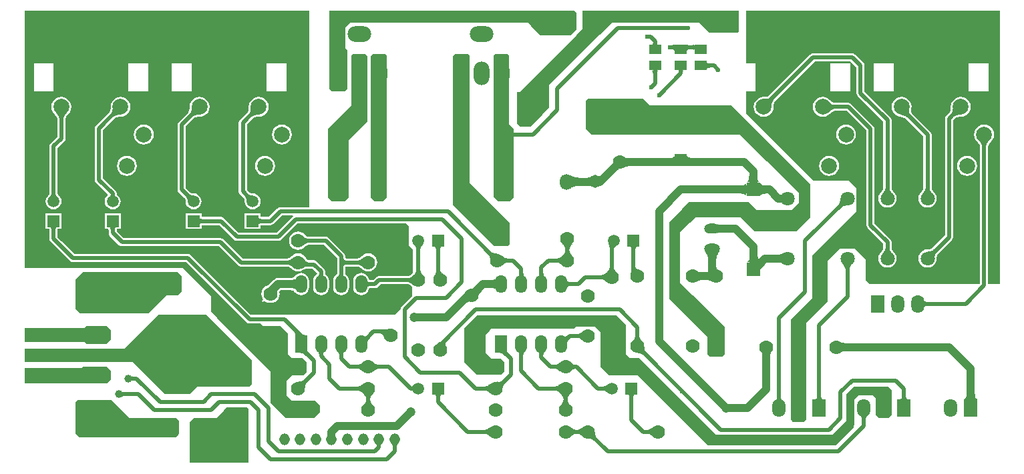
<source format=gbl>
G04 Layer_Physical_Order=2*
G04 Layer_Color=16711680*
%FSLAX44Y44*%
%MOMM*%
G71*
G01*
G75*
%ADD10R,1.6002X1.2700*%
%ADD13C,1.0000*%
%ADD14C,0.5000*%
%ADD15O,1.7000X2.3000*%
%ADD16R,1.7000X2.3000*%
%ADD17O,1.6510X2.2860*%
%ADD18R,1.6510X2.2860*%
%ADD19C,1.7780*%
%ADD20C,2.2098*%
%ADD21R,1.5240X2.2860*%
%ADD22O,1.5240X2.2860*%
%ADD23O,3.0000X2.0000*%
%ADD24R,2.0000X3.0000*%
%ADD25O,2.0000X3.0000*%
%ADD26R,1.5000X1.5000*%
%ADD27C,1.5000*%
%ADD28R,1.5000X1.5000*%
%ADD29R,1.4000X1.4000*%
%ADD30C,1.4000*%
%ADD31C,1.6510*%
%ADD32O,1.6510X2.0320*%
%ADD33O,2.3000X1.7000*%
%ADD34R,2.3000X1.7000*%
%ADD35C,3.0000*%
%ADD36C,2.0000*%
%ADD37O,1.3000X1.5000*%
%ADD38C,1.8000*%
%ADD39O,2.0320X1.2700*%
%ADD40R,1.8000X1.8000*%
%ADD41C,0.6000*%
%ADD42C,1.0000*%
%ADD43C,1.2000*%
G36*
X242537Y-331906D02*
X242649Y-332673D01*
X242835Y-333436D01*
X243096Y-334194D01*
X243431Y-334948D01*
X243840Y-335697D01*
X244324Y-336442D01*
X244883Y-337183D01*
X245516Y-337919D01*
X246223Y-338651D01*
X233777D01*
X234484Y-337919D01*
X235117Y-337183D01*
X235676Y-336442D01*
X236160Y-335697D01*
X236569Y-334948D01*
X236904Y-334194D01*
X237165Y-333436D01*
X237351Y-332673D01*
X237463Y-331906D01*
X237500Y-331135D01*
X242500D01*
X242537Y-331906D01*
D02*
G37*
G36*
X515041Y-326975D02*
X515163Y-327742D01*
X515367Y-328436D01*
X515652Y-329057D01*
X516019Y-329605D01*
X516467Y-330080D01*
X516997Y-330482D01*
X517608Y-330811D01*
X518301Y-331067D01*
X519075Y-331251D01*
X508934Y-337623D01*
X509136Y-336828D01*
X509477Y-335081D01*
X509733Y-333124D01*
X509957Y-329796D01*
X510000Y-327315D01*
X515000Y-326135D01*
X515041Y-326975D01*
D02*
G37*
G36*
X398325Y-335249D02*
X398523Y-337323D01*
X398697Y-338166D01*
X398920Y-338878D01*
X399193Y-339462D01*
X399515Y-339916D01*
X399888Y-340240D01*
X400309Y-340434D01*
X400781Y-340499D01*
X390819D01*
X391291Y-340434D01*
X391712Y-340240D01*
X392085Y-339916D01*
X392407Y-339462D01*
X392680Y-338878D01*
X392903Y-338166D01*
X393077Y-337323D01*
X393201Y-336351D01*
X393275Y-335249D01*
X393300Y-334017D01*
X398300D01*
X398325Y-335249D01*
D02*
G37*
G36*
X420051Y-488723D02*
X419319Y-488016D01*
X418583Y-487383D01*
X417842Y-486824D01*
X417097Y-486340D01*
X416348Y-485931D01*
X415594Y-485596D01*
X414836Y-485335D01*
X414073Y-485149D01*
X413306Y-485037D01*
X412535Y-485000D01*
Y-480000D01*
X413306Y-479963D01*
X414073Y-479851D01*
X414836Y-479665D01*
X415594Y-479404D01*
X416348Y-479069D01*
X417097Y-478660D01*
X417842Y-478176D01*
X418583Y-477617D01*
X419319Y-476984D01*
X420051Y-476277D01*
Y-488723D01*
D02*
G37*
G36*
X331151D02*
X330419Y-488016D01*
X329683Y-487383D01*
X328942Y-486824D01*
X328197Y-486340D01*
X327448Y-485931D01*
X326694Y-485596D01*
X325936Y-485335D01*
X325173Y-485149D01*
X324406Y-485037D01*
X323635Y-485000D01*
Y-480000D01*
X324406Y-479963D01*
X325173Y-479851D01*
X325936Y-479665D01*
X326694Y-479404D01*
X327448Y-479069D01*
X328197Y-478660D01*
X328942Y-478176D01*
X329683Y-477617D01*
X330419Y-476984D01*
X331151Y-476277D01*
Y-488723D01*
D02*
G37*
G36*
X170051D02*
X169319Y-488016D01*
X168583Y-487383D01*
X167842Y-486824D01*
X167097Y-486340D01*
X166348Y-485931D01*
X165594Y-485596D01*
X164835Y-485335D01*
X164073Y-485149D01*
X163306Y-485037D01*
X162535Y-485000D01*
Y-480000D01*
X163306Y-479963D01*
X164073Y-479851D01*
X164835Y-479665D01*
X165594Y-479404D01*
X166348Y-479069D01*
X167097Y-478660D01*
X167842Y-478176D01*
X168583Y-477617D01*
X169319Y-476984D01*
X170051Y-476277D01*
Y-488723D01*
D02*
G37*
G36*
X487537Y-328006D02*
X487649Y-328773D01*
X487835Y-329535D01*
X488096Y-330294D01*
X488431Y-331048D01*
X488840Y-331797D01*
X489324Y-332542D01*
X489883Y-333283D01*
X490516Y-334019D01*
X491223Y-334751D01*
X478777D01*
X479484Y-334019D01*
X480117Y-333283D01*
X480676Y-332542D01*
X481160Y-331797D01*
X481569Y-331048D01*
X481904Y-330294D01*
X482165Y-329535D01*
X482351Y-328773D01*
X482463Y-328006D01*
X482500Y-327235D01*
X487500D01*
X487537Y-328006D01*
D02*
G37*
G36*
X789278Y-324674D02*
X788632Y-325424D01*
X788062Y-326177D01*
X787568Y-326934D01*
X787150Y-327694D01*
X786808Y-328458D01*
X786542Y-329225D01*
X786352Y-329995D01*
X786238Y-330769D01*
X786200Y-331546D01*
X781200D01*
X781162Y-330769D01*
X781048Y-329995D01*
X780858Y-329225D01*
X780592Y-328458D01*
X780250Y-327694D01*
X779832Y-326934D01*
X779338Y-326177D01*
X778768Y-325424D01*
X778122Y-324674D01*
X777400Y-323927D01*
X790000D01*
X789278Y-324674D01*
D02*
G37*
G36*
X478651Y-347323D02*
X477919Y-346616D01*
X477183Y-345983D01*
X476442Y-345424D01*
X475697Y-344940D01*
X474948Y-344531D01*
X474194Y-344196D01*
X473436Y-343935D01*
X472673Y-343749D01*
X471906Y-343637D01*
X471135Y-343600D01*
Y-338600D01*
X471906Y-338563D01*
X472673Y-338451D01*
X473436Y-338265D01*
X474194Y-338004D01*
X474948Y-337669D01*
X475697Y-337260D01*
X476442Y-336776D01*
X477183Y-336217D01*
X477919Y-335584D01*
X478651Y-334877D01*
Y-347323D01*
D02*
G37*
G36*
X594128Y-334009D02*
X594486Y-334217D01*
X594922Y-334401D01*
X595438Y-334560D01*
X596032Y-334694D01*
X596705Y-334804D01*
X598287Y-334951D01*
X600185Y-335000D01*
Y-345000D01*
X599197Y-345012D01*
X596705Y-345196D01*
X596032Y-345306D01*
X595438Y-345440D01*
X594922Y-345599D01*
X594486Y-345783D01*
X594128Y-345991D01*
X593849Y-346223D01*
Y-333777D01*
X594128Y-334009D01*
D02*
G37*
G36*
X233651Y-351223D02*
X232919Y-350516D01*
X232183Y-349883D01*
X231442Y-349324D01*
X230697Y-348840D01*
X229947Y-348431D01*
X229194Y-348096D01*
X228435Y-347835D01*
X227673Y-347649D01*
X226906Y-347537D01*
X226135Y-347500D01*
Y-342500D01*
X226906Y-342463D01*
X227673Y-342351D01*
X228435Y-342165D01*
X229194Y-341904D01*
X229947Y-341569D01*
X230697Y-341160D01*
X231442Y-340676D01*
X232183Y-340117D01*
X232919Y-339484D01*
X233651Y-338777D01*
Y-351223D01*
D02*
G37*
G36*
X976900Y-350000D02*
X962139D01*
Y-175037D01*
X962215Y-174562D01*
X962375Y-173968D01*
X962607Y-173344D01*
X962919Y-172688D01*
X963316Y-172002D01*
X963779Y-171318D01*
X965074Y-169751D01*
X965613Y-169197D01*
X965944Y-168944D01*
X967954Y-166324D01*
X969217Y-163274D01*
X969648Y-160000D01*
X969217Y-156726D01*
X967954Y-153676D01*
X965944Y-151056D01*
X963324Y-149046D01*
X960274Y-147783D01*
X957000Y-147352D01*
X953726Y-147783D01*
X950676Y-149046D01*
X948056Y-151056D01*
X946046Y-153676D01*
X944783Y-156726D01*
X944352Y-160000D01*
X944783Y-163274D01*
X946046Y-166324D01*
X948056Y-168944D01*
X948387Y-169197D01*
X948951Y-169778D01*
X949622Y-170544D01*
X950199Y-171286D01*
X950684Y-172001D01*
X951081Y-172688D01*
X951393Y-173344D01*
X951625Y-173968D01*
X951785Y-174562D01*
X951861Y-175037D01*
Y-349871D01*
X951733Y-350000D01*
X877000D01*
X812000Y-350000D01*
X807000Y-345000D01*
Y-319000D01*
X793000Y-305000D01*
X774000D01*
X759000Y-320000D01*
Y-323000D01*
Y-372000D01*
X755000Y-376000D01*
X732000Y-399000D01*
Y-506000D01*
X732000Y-522000D01*
X729000Y-525000D01*
X715000D01*
X714000Y-524000D01*
X712000Y-522000D01*
Y-506000D01*
Y-395000D01*
X739000Y-368000D01*
Y-364000D01*
Y-314000D01*
X756000Y-297000D01*
X770000Y-283000D01*
X771000Y-282000D01*
X795000Y-258000D01*
Y-253000D01*
Y-243879D01*
X795340Y-241300D01*
X795000Y-238721D01*
Y-228000D01*
X791000Y-224000D01*
X786000Y-219000D01*
X741000D01*
X704000Y-182000D01*
X655000Y-133000D01*
Y-105040D01*
X667540D01*
Y-69960D01*
X655000D01*
Y-3100D01*
X976900D01*
Y-350000D01*
D02*
G37*
G36*
X479644Y-487750D02*
X479097Y-487228D01*
X478533Y-486760D01*
X477952Y-486348D01*
X477356Y-485990D01*
X476742Y-485687D01*
X476113Y-485440D01*
X475466Y-485247D01*
X474804Y-485110D01*
X474125Y-485028D01*
X473429Y-485000D01*
Y-480000D01*
X474125Y-479972D01*
X474804Y-479890D01*
X475466Y-479753D01*
X476113Y-479560D01*
X476742Y-479313D01*
X477356Y-479010D01*
X477952Y-478652D01*
X478533Y-478240D01*
X479097Y-477772D01*
X479644Y-477250D01*
Y-487750D01*
D02*
G37*
G36*
X372925Y-335249D02*
X373123Y-337323D01*
X373297Y-338166D01*
X373520Y-338878D01*
X373793Y-339462D01*
X374115Y-339916D01*
X374488Y-340240D01*
X374909Y-340434D01*
X375381Y-340499D01*
X365419D01*
X365891Y-340434D01*
X366312Y-340240D01*
X366684Y-339916D01*
X367007Y-339462D01*
X367280Y-338878D01*
X367503Y-338166D01*
X367677Y-337323D01*
X367801Y-336351D01*
X367875Y-335249D01*
X367900Y-334017D01*
X372900D01*
X372925Y-335249D01*
D02*
G37*
G36*
X617516Y-326765D02*
X617642Y-328449D01*
X617752Y-329144D01*
X617894Y-329740D01*
X618067Y-330239D01*
X618272Y-330639D01*
X618508Y-330941D01*
X618775Y-331145D01*
X619075Y-331251D01*
X611151Y-336230D01*
Y-346223D01*
X610872Y-345991D01*
X610514Y-345783D01*
X610078Y-345599D01*
X609562Y-345440D01*
X608968Y-345306D01*
X608295Y-345196D01*
X606713Y-345049D01*
X604815Y-345000D01*
Y-335000D01*
X605803Y-334988D01*
X608295Y-334804D01*
X608536Y-334765D01*
X607500Y-327315D01*
X617500Y-325776D01*
X617516Y-326765D01*
D02*
G37*
G36*
X267542Y-331586D02*
X267668Y-332358D01*
X267877Y-333092D01*
X268170Y-333787D01*
X268547Y-334445D01*
X269007Y-335064D01*
X269551Y-335644D01*
X270179Y-336187D01*
X270891Y-336691D01*
X271686Y-337158D01*
X259743Y-340658D01*
X260267Y-339688D01*
X261507Y-336959D01*
X261811Y-336109D01*
X262252Y-334501D01*
X262390Y-333742D01*
X262472Y-333014D01*
X262500Y-332315D01*
X267500Y-330776D01*
X267542Y-331586D01*
D02*
G37*
G36*
X269525Y-490019D02*
X269100Y-490169D01*
X268725Y-490420D01*
X268400Y-490770D01*
X268125Y-491219D01*
X267900Y-491769D01*
X267725Y-492420D01*
X267600Y-493170D01*
X267525Y-494020D01*
X267500Y-494969D01*
X262500D01*
X262475Y-494020D01*
X262400Y-493170D01*
X262275Y-492420D01*
X262100Y-491769D01*
X261875Y-491219D01*
X261600Y-490770D01*
X261275Y-490420D01*
X260900Y-490169D01*
X260475Y-490019D01*
X260000Y-489969D01*
X270000D01*
X269525Y-490019D01*
D02*
G37*
G36*
Y-302519D02*
X269100Y-302670D01*
X268725Y-302920D01*
X268400Y-303270D01*
X268125Y-303720D01*
X267900Y-304270D01*
X267725Y-304919D01*
X267600Y-305669D01*
X267525Y-306520D01*
X267500Y-307470D01*
X262500D01*
X262475Y-306520D01*
X262400Y-305669D01*
X262275Y-304919D01*
X262100Y-304270D01*
X261875Y-303720D01*
X261600Y-303270D01*
X261275Y-302920D01*
X260900Y-302670D01*
X260475Y-302519D01*
X260000Y-302470D01*
X270000D01*
X269525Y-302519D01*
D02*
G37*
G36*
X514525Y-490019D02*
X514100Y-490169D01*
X513725Y-490420D01*
X513400Y-490770D01*
X513125Y-491219D01*
X512900Y-491769D01*
X512725Y-492420D01*
X512600Y-493170D01*
X512525Y-494020D01*
X512500Y-494969D01*
X507500D01*
X507475Y-494020D01*
X507400Y-493170D01*
X507275Y-492420D01*
X507100Y-491769D01*
X506875Y-491219D01*
X506600Y-490770D01*
X506275Y-490420D01*
X505900Y-490169D01*
X505475Y-490019D01*
X505000Y-489969D01*
X515000D01*
X514525Y-490019D01*
D02*
G37*
G36*
X434416Y-299581D02*
X433783Y-300317D01*
X433224Y-301058D01*
X432740Y-301803D01*
X432331Y-302553D01*
X431996Y-303306D01*
X431735Y-304065D01*
X431549Y-304827D01*
X431437Y-305594D01*
X431406Y-306250D01*
X431437Y-306906D01*
X431549Y-307673D01*
X431735Y-308435D01*
X431996Y-309194D01*
X432331Y-309947D01*
X432740Y-310697D01*
X433224Y-311442D01*
X433783Y-312183D01*
X434416Y-312919D01*
X435123Y-313651D01*
X422677D01*
X423384Y-312919D01*
X424017Y-312183D01*
X424576Y-311442D01*
X425060Y-310697D01*
X425469Y-309947D01*
X425804Y-309194D01*
X426065Y-308435D01*
X426251Y-307673D01*
X426363Y-306906D01*
X426394Y-306250D01*
X426363Y-305594D01*
X426251Y-304827D01*
X426065Y-304065D01*
X425804Y-303306D01*
X425469Y-302553D01*
X425060Y-301803D01*
X424576Y-301058D01*
X424017Y-300317D01*
X423384Y-299581D01*
X422677Y-298849D01*
X435123D01*
X434416Y-299581D01*
D02*
G37*
G36*
X244727Y-300903D02*
X244260Y-301467D01*
X243848Y-302048D01*
X243490Y-302644D01*
X243188Y-303258D01*
X242940Y-303887D01*
X242747Y-304534D01*
X242610Y-305196D01*
X242528Y-305875D01*
X242500Y-306571D01*
X237500D01*
X237472Y-305875D01*
X237390Y-305196D01*
X237253Y-304534D01*
X237060Y-303887D01*
X236812Y-303258D01*
X236510Y-302644D01*
X236152Y-302048D01*
X235740Y-301467D01*
X235273Y-300903D01*
X234750Y-300356D01*
X245250D01*
X244727Y-300903D01*
D02*
G37*
G36*
X305000Y-60000D02*
Y-157000D01*
Y-222000D01*
X341000Y-258000D01*
X356000Y-273000D01*
Y-276000D01*
Y-299000D01*
X353000Y-302000D01*
X336000D01*
X335000Y-301000D01*
X284000Y-250000D01*
Y-147000D01*
Y-60000D01*
X286000Y-58000D01*
X303000D01*
X305000Y-60000D01*
D02*
G37*
G36*
X517025Y-302519D02*
X516600Y-302670D01*
X516225Y-302920D01*
X515900Y-303270D01*
X515625Y-303720D01*
X515400Y-304270D01*
X515225Y-304919D01*
X515100Y-305669D01*
X515025Y-306520D01*
X515000Y-307470D01*
X510000D01*
X509975Y-306520D01*
X509900Y-305669D01*
X509775Y-304919D01*
X509600Y-304270D01*
X509375Y-303720D01*
X509100Y-303270D01*
X508775Y-302920D01*
X508400Y-302670D01*
X507975Y-302519D01*
X507500Y-302470D01*
X517500D01*
X517025Y-302519D01*
D02*
G37*
G36*
X490664Y-301800D02*
X490063Y-302117D01*
X489525Y-302479D01*
X489050Y-302886D01*
X488639Y-303339D01*
X488291Y-303836D01*
X488006Y-304379D01*
X487785Y-304966D01*
X487627Y-305599D01*
X487532Y-306277D01*
X487500Y-307000D01*
X482500Y-305090D01*
X482483Y-304438D01*
X482344Y-303114D01*
X482222Y-302444D01*
X481875Y-301086D01*
X481650Y-300398D01*
X481095Y-299005D01*
X480765Y-298300D01*
X490664Y-301800D01*
D02*
G37*
G36*
X347081Y-314484D02*
X347817Y-315117D01*
X348558Y-315676D01*
X349303Y-316160D01*
X350052Y-316569D01*
X350806Y-316904D01*
X351564Y-317165D01*
X352327Y-317351D01*
X353094Y-317463D01*
X353865Y-317500D01*
Y-322500D01*
X353094Y-322537D01*
X352327Y-322649D01*
X351564Y-322835D01*
X350806Y-323096D01*
X350052Y-323431D01*
X349303Y-323840D01*
X348558Y-324324D01*
X347817Y-324883D01*
X347081Y-325516D01*
X346349Y-326223D01*
Y-313777D01*
X347081Y-314484D01*
D02*
G37*
G36*
X422551Y-326223D02*
X421819Y-325516D01*
X421083Y-324883D01*
X420342Y-324324D01*
X419597Y-323840D01*
X418848Y-323431D01*
X418094Y-323096D01*
X417336Y-322835D01*
X416573Y-322649D01*
X415806Y-322537D01*
X415035Y-322500D01*
Y-317500D01*
X415806Y-317463D01*
X416573Y-317351D01*
X417336Y-317165D01*
X418094Y-316904D01*
X418848Y-316569D01*
X419597Y-316160D01*
X420342Y-315676D01*
X421083Y-315117D01*
X421819Y-314484D01*
X422551Y-313777D01*
Y-326223D01*
D02*
G37*
G36*
X5000Y-423000D02*
X29000Y-447000D01*
Y-472000D01*
Y-477000D01*
X26000Y-480000D01*
X-40000D01*
X-50000Y-490000D01*
X-81000D01*
X-102000Y-469000D01*
X-122000Y-449000D01*
X-259400D01*
Y-432000D01*
X-133000D01*
X-94000Y-393000D01*
X-90000Y-389000D01*
X-29000D01*
X5000Y-423000D01*
D02*
G37*
G36*
X-136215Y-486690D02*
X-135965Y-486860D01*
X-135679Y-487010D01*
X-135357Y-487140D01*
X-134999Y-487250D01*
X-134605Y-487340D01*
X-134176Y-487410D01*
X-133710Y-487460D01*
X-132670Y-487500D01*
Y-492500D01*
X-133208Y-492510D01*
X-134176Y-492590D01*
X-134605Y-492660D01*
X-134999Y-492750D01*
X-135357Y-492860D01*
X-135679Y-492990D01*
X-135965Y-493140D01*
X-136215Y-493310D01*
X-136429Y-493500D01*
Y-486500D01*
X-136215Y-486690D01*
D02*
G37*
G36*
X620813Y-309552D02*
X620118Y-310631D01*
X619504Y-311765D01*
X618972Y-312953D01*
X618522Y-314196D01*
X618154Y-315494D01*
X617868Y-316847D01*
X617664Y-318254D01*
X617541Y-319716D01*
X617500Y-321233D01*
X607500D01*
X607459Y-319716D01*
X607336Y-318254D01*
X607132Y-316847D01*
X606846Y-315494D01*
X606478Y-314196D01*
X606028Y-312953D01*
X605496Y-311765D01*
X604882Y-310631D01*
X604187Y-309552D01*
X603410Y-308528D01*
X621590D01*
X620813Y-309552D01*
D02*
G37*
G36*
X332535Y-308947D02*
X333157Y-309410D01*
X333827Y-309818D01*
X334548Y-310170D01*
X335318Y-310466D01*
X336137Y-310706D01*
X337006Y-310891D01*
X337925Y-311020D01*
X338893Y-311093D01*
X339911Y-311110D01*
X331110Y-319911D01*
X331093Y-318893D01*
X331020Y-317925D01*
X330891Y-317006D01*
X330706Y-316137D01*
X330466Y-315318D01*
X330170Y-314548D01*
X329818Y-313827D01*
X329410Y-313157D01*
X328947Y-312535D01*
X328428Y-311964D01*
X331964Y-308428D01*
X332535Y-308947D01*
D02*
G37*
G36*
X701073Y-323800D02*
X700779Y-323553D01*
X700407Y-323332D01*
X699957Y-323137D01*
X699428Y-322968D01*
X698822Y-322825D01*
X698137Y-322708D01*
X696533Y-322552D01*
X695614Y-322513D01*
X694617Y-322500D01*
Y-312500D01*
X695614Y-312487D01*
X698137Y-312292D01*
X698822Y-312175D01*
X699428Y-312032D01*
X699957Y-311863D01*
X700407Y-311668D01*
X700779Y-311447D01*
X701073Y-311200D01*
Y-323800D01*
D02*
G37*
G36*
X670033Y-313881D02*
X670300Y-317080D01*
X670533Y-318381D01*
X670604Y-318641D01*
X672782Y-316703D01*
X674620Y-314909D01*
X680401Y-323270D01*
X678697Y-325019D01*
X674910Y-329472D01*
X674089Y-330692D01*
X673489Y-331780D01*
X673110Y-332736D01*
X672952Y-333560D01*
X673015Y-334252D01*
X673299Y-334812D01*
X663079Y-322011D01*
X663549Y-322384D01*
X664171Y-322517D01*
X664945Y-322409D01*
X665871Y-322060D01*
X666016Y-321981D01*
X655390D01*
X656266Y-321880D01*
X657050Y-321581D01*
X657741Y-321081D01*
X658341Y-320381D01*
X658848Y-319480D01*
X659262Y-318381D01*
X659585Y-317080D01*
X659816Y-315581D01*
X659954Y-313881D01*
X660000Y-311980D01*
X670000D01*
X670033Y-313881D01*
D02*
G37*
G36*
X428730Y-345477D02*
X428885Y-345902D01*
X429142Y-346277D01*
X429502Y-346601D01*
X429966Y-346876D01*
X430532Y-347100D01*
X431201Y-347275D01*
X431973Y-347400D01*
X432848Y-347475D01*
X433826Y-347500D01*
Y-352500D01*
X432848Y-352525D01*
X431973Y-352600D01*
X431201Y-352725D01*
X430532Y-352900D01*
X429966Y-353124D01*
X429502Y-353399D01*
X429142Y-353723D01*
X428885Y-354098D01*
X428730Y-354523D01*
X428679Y-354997D01*
Y-345003D01*
X428730Y-345477D01*
D02*
G37*
G36*
X400309Y-435766D02*
X399888Y-435961D01*
X399515Y-436284D01*
X399193Y-436738D01*
X398920Y-437322D01*
X398697Y-438035D01*
X398523Y-438877D01*
X398399Y-439849D01*
X398325Y-440951D01*
X398300Y-442183D01*
X393300D01*
X393275Y-440951D01*
X393077Y-438877D01*
X392903Y-438035D01*
X392680Y-437322D01*
X392407Y-436738D01*
X392085Y-436284D01*
X391712Y-435961D01*
X391291Y-435766D01*
X390819Y-435701D01*
X400781D01*
X400309Y-435766D01*
D02*
G37*
G36*
X120455Y-436469D02*
X120192Y-436628D01*
X119959Y-436892D01*
X119758Y-437262D01*
X119587Y-437738D01*
X119448Y-438319D01*
X119339Y-439006D01*
X119262Y-439798D01*
X119200Y-441700D01*
X114200D01*
X114185Y-440696D01*
X114061Y-439006D01*
X113952Y-438319D01*
X113813Y-437738D01*
X113642Y-437262D01*
X113441Y-436892D01*
X113208Y-436628D01*
X112945Y-436469D01*
X112651Y-436417D01*
X120749D01*
X120455Y-436469D01*
D02*
G37*
G36*
X146609Y-435766D02*
X146188Y-435961D01*
X145815Y-436284D01*
X145493Y-436738D01*
X145220Y-437322D01*
X144997Y-438035D01*
X144823Y-438877D01*
X144699Y-439849D01*
X144625Y-440951D01*
X144600Y-442183D01*
X139600D01*
X139575Y-440951D01*
X139377Y-438877D01*
X139203Y-438035D01*
X138980Y-437322D01*
X138707Y-436738D01*
X138385Y-436284D01*
X138012Y-435961D01*
X137591Y-435766D01*
X137119Y-435701D01*
X147081D01*
X146609Y-435766D01*
D02*
G37*
G36*
X374909D02*
X374488Y-435961D01*
X374115Y-436284D01*
X373793Y-436738D01*
X373520Y-437322D01*
X373297Y-438035D01*
X373123Y-438877D01*
X372999Y-439849D01*
X372925Y-440951D01*
X372900Y-442183D01*
X367900D01*
X367875Y-440951D01*
X367677Y-438877D01*
X367503Y-438035D01*
X367280Y-437322D01*
X367007Y-436738D01*
X366684Y-436284D01*
X366312Y-435961D01*
X365891Y-435766D01*
X365419Y-435701D01*
X375381D01*
X374909Y-435766D01*
D02*
G37*
G36*
X526407Y-430007D02*
X526480Y-430975D01*
X526609Y-431894D01*
X526794Y-432763D01*
X527034Y-433582D01*
X527330Y-434352D01*
X527682Y-435073D01*
X528090Y-435743D01*
X528553Y-436365D01*
X529072Y-436936D01*
X525536Y-440472D01*
X524965Y-439953D01*
X524343Y-439490D01*
X523673Y-439082D01*
X522952Y-438730D01*
X522182Y-438434D01*
X521363Y-438194D01*
X520494Y-438009D01*
X519575Y-437880D01*
X518607Y-437807D01*
X517589Y-437789D01*
X526390Y-428989D01*
X526407Y-430007D01*
D02*
G37*
G36*
X776628Y-424009D02*
X776986Y-424217D01*
X777422Y-424401D01*
X777938Y-424560D01*
X778532Y-424694D01*
X779205Y-424804D01*
X780787Y-424951D01*
X782685Y-425000D01*
Y-435000D01*
X781697Y-435012D01*
X779205Y-435196D01*
X778532Y-435306D01*
X777938Y-435440D01*
X777422Y-435599D01*
X776986Y-435783D01*
X776628Y-435991D01*
X776349Y-436223D01*
Y-423777D01*
X776628Y-424009D01*
D02*
G37*
G36*
X98549Y-432149D02*
X98362Y-432564D01*
X98330Y-433062D01*
X98452Y-433644D01*
X98728Y-434309D01*
X99159Y-435058D01*
X99744Y-435890D01*
X100483Y-436806D01*
X102425Y-438890D01*
X97599Y-441135D01*
X96632Y-440203D01*
X94871Y-438725D01*
X94077Y-438179D01*
X93341Y-437761D01*
X92663Y-437472D01*
X92043Y-437311D01*
X91480Y-437279D01*
X90975Y-437375D01*
X90528Y-437599D01*
X98890Y-431819D01*
X98549Y-432149D01*
D02*
G37*
G36*
X352195Y-433295D02*
X351966Y-433668D01*
X351904Y-434136D01*
X352008Y-434700D01*
X352278Y-435359D01*
X352715Y-436114D01*
X353318Y-436964D01*
X354087Y-437910D01*
X356125Y-440089D01*
X350100Y-441135D01*
X349186Y-440257D01*
X347497Y-438851D01*
X346721Y-438323D01*
X345991Y-437911D01*
X345307Y-437616D01*
X344669Y-437437D01*
X344076Y-437374D01*
X343530Y-437429D01*
X343028Y-437599D01*
X352589Y-433018D01*
X352195Y-433295D01*
D02*
G37*
G36*
X-123715Y-466690D02*
X-123465Y-466860D01*
X-123179Y-467010D01*
X-122857Y-467140D01*
X-122499Y-467250D01*
X-122105Y-467340D01*
X-121676Y-467410D01*
X-121210Y-467460D01*
X-120170Y-467500D01*
Y-472500D01*
X-120708Y-472510D01*
X-121676Y-472590D01*
X-122105Y-472660D01*
X-122499Y-472750D01*
X-122857Y-472860D01*
X-123179Y-472990D01*
X-123465Y-473140D01*
X-123715Y-473310D01*
X-123929Y-473500D01*
Y-466500D01*
X-123715Y-466690D01*
D02*
G37*
G36*
X170051Y-461223D02*
X169319Y-460516D01*
X168583Y-459883D01*
X167842Y-459324D01*
X167097Y-458840D01*
X166348Y-458431D01*
X165594Y-458096D01*
X164835Y-457835D01*
X164073Y-457649D01*
X163306Y-457537D01*
X162535Y-457500D01*
Y-452500D01*
X163306Y-452463D01*
X164073Y-452351D01*
X164835Y-452165D01*
X165594Y-451904D01*
X166348Y-451569D01*
X167097Y-451160D01*
X167842Y-450676D01*
X168583Y-450117D01*
X169319Y-449484D01*
X170051Y-448777D01*
Y-461223D01*
D02*
G37*
G36*
X-150000Y-460000D02*
Y-471000D01*
X-155000Y-476000D01*
X-259400D01*
Y-457000D01*
X-187000D01*
X-185000Y-455000D01*
X-155000D01*
X-150000Y-460000D01*
D02*
G37*
G36*
X349804Y-476232D02*
X349313Y-476767D01*
X348851Y-477360D01*
X348419Y-478010D01*
X348017Y-478718D01*
X347645Y-479484D01*
X347302Y-480308D01*
X346990Y-481190D01*
X346453Y-483126D01*
X346230Y-484180D01*
X339355Y-473806D01*
X340293Y-473971D01*
X341192Y-474058D01*
X342054Y-474067D01*
X342877Y-473998D01*
X343663Y-473851D01*
X344410Y-473626D01*
X345119Y-473323D01*
X345790Y-472942D01*
X346424Y-472483D01*
X347019Y-471946D01*
X349804Y-476232D01*
D02*
G37*
G36*
X433878Y-450074D02*
X434406Y-450583D01*
X434972Y-451032D01*
X435577Y-451422D01*
X436219Y-451751D01*
X436899Y-452021D01*
X437617Y-452230D01*
X438373Y-452380D01*
X439168Y-452470D01*
X440000Y-452500D01*
Y-457500D01*
X439168Y-457530D01*
X438373Y-457620D01*
X437617Y-457770D01*
X436899Y-457979D01*
X436219Y-458249D01*
X435577Y-458578D01*
X434972Y-458968D01*
X434406Y-459417D01*
X433878Y-459926D01*
X433388Y-460495D01*
Y-449505D01*
X433878Y-450074D01*
D02*
G37*
G36*
X687091Y-436628D02*
X686883Y-436986D01*
X686699Y-437422D01*
X686540Y-437938D01*
X686406Y-438532D01*
X686296Y-439205D01*
X686149Y-440787D01*
X686100Y-442685D01*
X676100D01*
X676088Y-441697D01*
X675904Y-439205D01*
X675794Y-438532D01*
X675660Y-437938D01*
X675501Y-437422D01*
X675317Y-436986D01*
X675109Y-436628D01*
X674877Y-436349D01*
X687323D01*
X687091Y-436628D01*
D02*
G37*
G36*
X183481Y-449484D02*
X184217Y-450117D01*
X184958Y-450676D01*
X185703Y-451160D01*
X186453Y-451569D01*
X187206Y-451904D01*
X187964Y-452165D01*
X188727Y-452351D01*
X189494Y-452463D01*
X190265Y-452500D01*
Y-457500D01*
X189494Y-457537D01*
X188727Y-457649D01*
X187964Y-457835D01*
X187206Y-458096D01*
X186453Y-458431D01*
X185703Y-458840D01*
X184958Y-459324D01*
X184217Y-459883D01*
X183481Y-460516D01*
X182749Y-461223D01*
Y-448777D01*
X183481Y-449484D01*
D02*
G37*
G36*
X420051Y-461223D02*
X419319Y-460516D01*
X418583Y-459883D01*
X417842Y-459324D01*
X417097Y-458840D01*
X416348Y-458431D01*
X415594Y-458096D01*
X414836Y-457835D01*
X414073Y-457649D01*
X413306Y-457537D01*
X412535Y-457500D01*
Y-452500D01*
X413306Y-452463D01*
X414073Y-452351D01*
X414836Y-452165D01*
X415594Y-451904D01*
X416348Y-451569D01*
X417097Y-451160D01*
X417842Y-450676D01*
X418583Y-450117D01*
X419319Y-449484D01*
X420051Y-448777D01*
Y-461223D01*
D02*
G37*
G36*
X304165Y-372841D02*
X303799Y-372744D01*
X303396Y-372733D01*
X302954Y-372810D01*
X302475Y-372973D01*
X301957Y-373223D01*
X301402Y-373559D01*
X300808Y-373982D01*
X300177Y-374492D01*
X298800Y-375771D01*
X295555Y-364873D01*
X299194Y-361430D01*
X304165Y-372841D01*
D02*
G37*
G36*
X320005Y-359166D02*
X319315Y-359873D01*
X317683Y-361765D01*
X317285Y-362319D01*
X316960Y-362834D01*
X316708Y-363311D01*
X316529Y-363749D01*
X316423Y-364149D01*
X316390Y-364511D01*
X307589Y-355710D01*
X307951Y-355677D01*
X308351Y-355571D01*
X308789Y-355392D01*
X309266Y-355140D01*
X309781Y-354815D01*
X310335Y-354417D01*
X311558Y-353402D01*
X312934Y-352095D01*
X320005Y-359166D01*
D02*
G37*
G36*
X-60000Y-340000D02*
Y-354000D01*
Y-359000D01*
X-65000Y-364000D01*
X-79000D01*
X-85000Y-370000D01*
X-102000Y-387000D01*
X-189000D01*
X-190000Y-386000D01*
X-195000Y-381000D01*
Y-345000D01*
X-185000Y-335000D01*
X-65000D01*
X-60000Y-340000D01*
D02*
G37*
G36*
X880964Y-370482D02*
X881122Y-370906D01*
X881385Y-371279D01*
X881752Y-371603D01*
X882225Y-371877D01*
X882803Y-372101D01*
X883486Y-372276D01*
X884273Y-372400D01*
X885166Y-372475D01*
X886164Y-372500D01*
Y-377500D01*
X885166Y-377525D01*
X884273Y-377600D01*
X883486Y-377724D01*
X882803Y-377899D01*
X882225Y-378123D01*
X881752Y-378397D01*
X881385Y-378721D01*
X881122Y-379094D01*
X880964Y-379518D01*
X880912Y-379991D01*
Y-370009D01*
X880964Y-370482D01*
D02*
G37*
G36*
X340598Y-359976D02*
X340467Y-359031D01*
X340074Y-358185D01*
X339419Y-357439D01*
X338501Y-356791D01*
X337322Y-356244D01*
X335880Y-355796D01*
X334176Y-355448D01*
X332210Y-355199D01*
X329981Y-355050D01*
X327491Y-355000D01*
Y-345000D01*
X329981Y-344950D01*
X334176Y-344552D01*
X335880Y-344204D01*
X337322Y-343756D01*
X338501Y-343209D01*
X339419Y-342561D01*
X340074Y-341815D01*
X340467Y-340969D01*
X340598Y-340024D01*
Y-359976D01*
D02*
G37*
G36*
X175030Y-345477D02*
X175185Y-345902D01*
X175442Y-346277D01*
X175802Y-346601D01*
X176266Y-346876D01*
X176832Y-347100D01*
X177501Y-347275D01*
X178273Y-347400D01*
X179148Y-347475D01*
X180126Y-347500D01*
Y-352500D01*
X179148Y-352525D01*
X178273Y-352600D01*
X177501Y-352725D01*
X176832Y-352900D01*
X176266Y-353124D01*
X175802Y-353399D01*
X175442Y-353723D01*
X175185Y-354098D01*
X175030Y-354523D01*
X174979Y-354997D01*
Y-345003D01*
X175030Y-345477D01*
D02*
G37*
G36*
X99072Y-474464D02*
X98553Y-475035D01*
X98090Y-475657D01*
X97682Y-476327D01*
X97330Y-477048D01*
X97034Y-477818D01*
X96794Y-478637D01*
X96609Y-479506D01*
X96480Y-480425D01*
X96407Y-481393D01*
X96390Y-482411D01*
X87589Y-473610D01*
X88607Y-473593D01*
X89575Y-473520D01*
X90494Y-473391D01*
X91363Y-473206D01*
X92182Y-472966D01*
X92952Y-472670D01*
X93673Y-472318D01*
X94344Y-471910D01*
X94965Y-471447D01*
X95536Y-470928D01*
X99072Y-474464D01*
D02*
G37*
G36*
X233090Y-485417D02*
X233028Y-485337D01*
X232910Y-485267D01*
X232738Y-485204D01*
X232512Y-485150D01*
X232230Y-485104D01*
X231502Y-485037D01*
X230555Y-485004D01*
X230000Y-485000D01*
Y-480000D01*
X230555Y-479996D01*
X232512Y-479850D01*
X232738Y-479796D01*
X232910Y-479733D01*
X233028Y-479663D01*
X233090Y-479583D01*
Y-485417D01*
D02*
G37*
G36*
X520037Y-415806D02*
X520149Y-416573D01*
X520335Y-417336D01*
X520596Y-418094D01*
X520931Y-418848D01*
X521340Y-419597D01*
X521824Y-420342D01*
X522383Y-421083D01*
X523016Y-421819D01*
X523723Y-422551D01*
X511277D01*
X511984Y-421819D01*
X512617Y-421083D01*
X513176Y-420342D01*
X513660Y-419597D01*
X514069Y-418848D01*
X514404Y-418094D01*
X514665Y-417336D01*
X514851Y-416573D01*
X514963Y-415806D01*
X515000Y-415035D01*
X520000D01*
X520037Y-415806D01*
D02*
G37*
G36*
X448651Y-422023D02*
X447919Y-421316D01*
X447183Y-420683D01*
X446442Y-420124D01*
X445697Y-419640D01*
X444948Y-419231D01*
X444194Y-418896D01*
X443436Y-418635D01*
X442673Y-418449D01*
X441906Y-418337D01*
X441135Y-418300D01*
Y-413300D01*
X441906Y-413263D01*
X442673Y-413151D01*
X443436Y-412965D01*
X444194Y-412704D01*
X444948Y-412369D01*
X445697Y-411960D01*
X446442Y-411476D01*
X447183Y-410917D01*
X447919Y-410284D01*
X448651Y-409577D01*
Y-422023D01*
D02*
G37*
G36*
X275960Y-422575D02*
X275400Y-423194D01*
X274945Y-423825D01*
X274596Y-424468D01*
X274352Y-425123D01*
X274214Y-425789D01*
X274181Y-426467D01*
X274254Y-427157D01*
X274433Y-427859D01*
X274717Y-428573D01*
X275106Y-429298D01*
X263433Y-425995D01*
X264255Y-425560D01*
X267211Y-423744D01*
X267867Y-423272D01*
X269634Y-421811D01*
X270156Y-421309D01*
X275960Y-422575D01*
D02*
G37*
G36*
X-150000Y-408000D02*
X-150000Y-420000D01*
X-156000Y-426000D01*
X-181000Y-426000D01*
X-183000Y-424000D01*
X-259400D01*
Y-406000D01*
X-184000D01*
X-182000Y-404000D01*
X-181000Y-403000D01*
X-155000D01*
X-150000Y-408000D01*
D02*
G37*
G36*
X178637Y-418599D02*
X177779Y-419491D01*
X176400Y-421151D01*
X175878Y-421918D01*
X175468Y-422644D01*
X175170Y-423328D01*
X174984Y-423969D01*
X174909Y-424570D01*
X174946Y-425128D01*
X175096Y-425645D01*
X170969Y-415673D01*
X171210Y-416101D01*
X171522Y-416388D01*
X171904Y-416534D01*
X172357Y-416539D01*
X172880Y-416404D01*
X173473Y-416127D01*
X174137Y-415710D01*
X174872Y-415152D01*
X175677Y-414453D01*
X176552Y-413613D01*
X178637Y-418599D01*
D02*
G37*
G36*
X89080Y-410509D02*
X91065Y-412214D01*
X92003Y-412907D01*
X92905Y-413493D01*
X93771Y-413974D01*
X94600Y-414347D01*
X95394Y-414615D01*
X96151Y-414776D01*
X96872Y-414831D01*
X83710Y-414800D01*
X83701Y-414305D01*
X83622Y-413409D01*
X83553Y-413009D01*
X83465Y-412639D01*
X83357Y-412301D01*
X83230Y-411995D01*
X83083Y-411720D01*
X82916Y-411477D01*
X82730Y-411265D01*
X88033Y-409497D01*
X89080Y-410509D01*
D02*
G37*
G36*
X196251Y-416975D02*
X196067Y-416200D01*
X195811Y-415508D01*
X195482Y-414897D01*
X195080Y-414367D01*
X194605Y-413919D01*
X194057Y-413552D01*
X193436Y-413267D01*
X192742Y-413063D01*
X191975Y-412941D01*
X191135Y-412900D01*
X194893Y-407900D01*
X195670Y-407889D01*
X197995Y-407729D01*
X198769Y-407633D01*
X201084Y-407217D01*
X201854Y-407036D01*
X202623Y-406834D01*
X196251Y-416975D01*
D02*
G37*
G36*
X432337Y-418599D02*
X431487Y-419482D01*
X430118Y-421120D01*
X429599Y-421875D01*
X429190Y-422587D01*
X428891Y-423256D01*
X428702Y-423882D01*
X428623Y-424465D01*
X428654Y-425006D01*
X428796Y-425503D01*
X424761Y-415722D01*
X424989Y-416136D01*
X425280Y-416421D01*
X425632Y-416576D01*
X426046Y-416601D01*
X426522Y-416497D01*
X427061Y-416263D01*
X427661Y-415900D01*
X428322Y-415407D01*
X429046Y-414784D01*
X429832Y-414032D01*
X432337Y-418599D01*
D02*
G37*
G36*
X945235Y-487930D02*
X945512Y-491130D01*
X945755Y-492430D01*
X946067Y-493531D01*
X946449Y-494431D01*
X946900Y-495131D01*
X947421Y-495630D01*
X948010Y-495930D01*
X948670Y-496031D01*
X931730D01*
X932390Y-495930D01*
X932980Y-495630D01*
X933500Y-495131D01*
X933951Y-494431D01*
X934333Y-493531D01*
X934645Y-492430D01*
X934888Y-491130D01*
X935061Y-489631D01*
X935165Y-487930D01*
X935200Y-486031D01*
X945200D01*
X945235Y-487930D01*
D02*
G37*
G36*
X537551Y-543723D02*
X536819Y-543016D01*
X536083Y-542383D01*
X535342Y-541824D01*
X534597Y-541340D01*
X533848Y-540931D01*
X533094Y-540596D01*
X532336Y-540335D01*
X531573Y-540149D01*
X530806Y-540037D01*
X530035Y-540000D01*
Y-535000D01*
X530806Y-534963D01*
X531573Y-534851D01*
X532336Y-534665D01*
X533094Y-534404D01*
X533848Y-534069D01*
X534597Y-533660D01*
X535342Y-533176D01*
X536083Y-532617D01*
X536819Y-531984D01*
X537551Y-531277D01*
Y-543723D01*
D02*
G37*
G36*
X963145Y-168021D02*
X961705Y-169763D01*
X961120Y-170625D01*
X960625Y-171482D01*
X960220Y-172333D01*
X959905Y-173179D01*
X959680Y-174019D01*
X959545Y-174854D01*
X959500Y-175683D01*
X954500D01*
X954455Y-174854D01*
X954320Y-174019D01*
X954095Y-173179D01*
X953780Y-172333D01*
X953375Y-171482D01*
X952880Y-170625D01*
X952295Y-169763D01*
X951620Y-168895D01*
X950855Y-168021D01*
X950000Y-167141D01*
X964000D01*
X963145Y-168021D01*
D02*
G37*
G36*
X580070Y-185975D02*
X580369Y-186819D01*
X580869Y-187565D01*
X581570Y-188211D01*
X582469Y-188758D01*
X583569Y-189205D01*
X584869Y-189553D01*
X586370Y-189801D01*
X588069Y-189950D01*
X589969Y-190000D01*
Y-200000D01*
X579969Y-199970D01*
Y-185030D01*
X580070Y-185975D01*
D02*
G37*
G36*
X331151Y-543723D02*
X330419Y-543016D01*
X329683Y-542383D01*
X328942Y-541824D01*
X328197Y-541340D01*
X327448Y-540931D01*
X326694Y-540596D01*
X325936Y-540335D01*
X325173Y-540149D01*
X324406Y-540037D01*
X323635Y-540000D01*
Y-535000D01*
X324406Y-534963D01*
X325173Y-534851D01*
X325936Y-534665D01*
X326694Y-534404D01*
X327448Y-534069D01*
X328197Y-533660D01*
X328942Y-533176D01*
X329683Y-532617D01*
X330419Y-531984D01*
X331151Y-531277D01*
Y-543723D01*
D02*
G37*
G36*
X433481Y-531984D02*
X434217Y-532617D01*
X434958Y-533176D01*
X435703Y-533660D01*
X436452Y-534069D01*
X437206Y-534404D01*
X437965Y-534665D01*
X438727Y-534851D01*
X439494Y-534963D01*
X440265Y-535000D01*
Y-540000D01*
X439494Y-540037D01*
X438727Y-540149D01*
X437965Y-540335D01*
X437206Y-540596D01*
X436452Y-540931D01*
X435703Y-541340D01*
X434958Y-541824D01*
X434217Y-542383D01*
X433481Y-543016D01*
X432749Y-543723D01*
Y-531277D01*
X433481Y-531984D01*
D02*
G37*
G36*
X448651Y-543723D02*
X447919Y-543016D01*
X447183Y-542383D01*
X446442Y-541824D01*
X445697Y-541340D01*
X444948Y-540931D01*
X444194Y-540596D01*
X443436Y-540335D01*
X442673Y-540149D01*
X441906Y-540037D01*
X441135Y-540000D01*
Y-535000D01*
X441906Y-534963D01*
X442673Y-534851D01*
X443436Y-534665D01*
X444194Y-534404D01*
X444948Y-534069D01*
X445697Y-533660D01*
X446442Y-533176D01*
X447183Y-532617D01*
X447919Y-531984D01*
X448651Y-531277D01*
Y-543723D01*
D02*
G37*
G36*
X478996Y-218475D02*
X470795Y-223825D01*
X468884Y-213010D01*
X469071Y-213095D01*
X469311Y-213099D01*
X469604Y-213021D01*
X469950Y-212862D01*
X470350Y-212620D01*
X470802Y-212297D01*
X471308Y-211892D01*
X472479Y-210836D01*
X473144Y-210185D01*
X478996Y-218475D01*
D02*
G37*
G36*
X669400Y-212281D02*
X669717Y-215480D01*
X669995Y-216780D01*
X670352Y-217880D01*
X670789Y-218780D01*
X671305Y-219480D01*
X671900Y-219981D01*
X672575Y-220280D01*
X673329Y-220380D01*
X655390D01*
X656145Y-220280D01*
X656820Y-219981D01*
X657415Y-219480D01*
X657931Y-218780D01*
X658368Y-217880D01*
X658725Y-216780D01*
X659003Y-215480D01*
X659201Y-213981D01*
X659320Y-212281D01*
X659360Y-210380D01*
X669360D01*
X669400Y-212281D01*
D02*
G37*
G36*
X458243Y-225622D02*
X458063Y-225504D01*
X457799Y-225398D01*
X457452Y-225305D01*
X457020Y-225224D01*
X456505Y-225155D01*
X455223Y-225056D01*
X452670Y-225000D01*
X451890Y-215000D01*
X452819Y-214991D01*
X455724Y-214772D01*
X456247Y-214671D01*
X456689Y-214552D01*
X457050Y-214415D01*
X457330Y-214260D01*
X457529Y-214087D01*
X458243Y-225622D01*
D02*
G37*
G36*
X565031Y-199970D02*
X555031Y-200400D01*
Y-190400D01*
X556934Y-190350D01*
X558638Y-190200D01*
X560142Y-189950D01*
X561445Y-189600D01*
X562548Y-189150D01*
X563451Y-188600D01*
X564154Y-187950D01*
X564656Y-187200D01*
X564959Y-186350D01*
X565061Y-185400D01*
X565031Y-199970D01*
D02*
G37*
G36*
X501628Y-189409D02*
X501986Y-189617D01*
X502422Y-189801D01*
X502938Y-189960D01*
X503532Y-190094D01*
X504205Y-190204D01*
X505787Y-190351D01*
X507685Y-190400D01*
Y-200400D01*
X506697Y-200412D01*
X504205Y-200596D01*
X503532Y-200706D01*
X502938Y-200840D01*
X502422Y-200999D01*
X501986Y-201183D01*
X501628Y-201391D01*
X501349Y-201623D01*
Y-189177D01*
X501628Y-189409D01*
D02*
G37*
G36*
X494911Y-204289D02*
X494549Y-204323D01*
X494149Y-204429D01*
X493711Y-204608D01*
X493234Y-204860D01*
X492719Y-205185D01*
X492165Y-205583D01*
X490942Y-206598D01*
X489566Y-207905D01*
X482495Y-200834D01*
X483185Y-200126D01*
X484817Y-198235D01*
X485215Y-197681D01*
X485540Y-197166D01*
X485792Y-196689D01*
X485971Y-196251D01*
X486077Y-195851D01*
X486110Y-195489D01*
X494911Y-204289D01*
D02*
G37*
G36*
X589560Y-54000D02*
X589508Y-53525D01*
X589356Y-53100D01*
X589103Y-52725D01*
X588750Y-52400D01*
X588298Y-52125D01*
X587744Y-51900D01*
X587091Y-51725D01*
X586337Y-51600D01*
X585484Y-51525D01*
X585001Y-51512D01*
X584520Y-51525D01*
X583671Y-51600D01*
X582920Y-51725D01*
X582271Y-51900D01*
X581721Y-52125D01*
X581270Y-52400D01*
X580920Y-52725D01*
X580671Y-53100D01*
X580521Y-53525D01*
X580471Y-54000D01*
Y-46020D01*
X580521Y-46112D01*
X580671Y-46193D01*
X580920Y-46265D01*
X581270Y-46327D01*
X581721Y-46380D01*
X582920Y-46457D01*
X585254Y-46496D01*
X585480Y-46495D01*
X589080Y-46265D01*
X589329Y-46193D01*
X589479Y-46112D01*
X589529Y-46020D01*
X589560Y-54000D01*
D02*
G37*
G36*
X564560D02*
X564508Y-53525D01*
X564356Y-53100D01*
X564103Y-52725D01*
X563750Y-52400D01*
X563298Y-52125D01*
X562744Y-51900D01*
X562091Y-51725D01*
X561337Y-51600D01*
X560484Y-51525D01*
X559529Y-51500D01*
Y-46500D01*
X560480Y-46495D01*
X564080Y-46265D01*
X564329Y-46193D01*
X564479Y-46112D01*
X564529Y-46020D01*
X564560Y-54000D01*
D02*
G37*
G36*
X605521Y-68135D02*
X605671Y-68560D01*
X605920Y-68935D01*
X606270Y-69260D01*
X606721Y-69535D01*
X607271Y-69760D01*
X607920Y-69935D01*
X608671Y-70060D01*
X609520Y-70135D01*
X610471Y-70160D01*
Y-75160D01*
X609520Y-75185D01*
X608671Y-75260D01*
X607920Y-75385D01*
X607271Y-75560D01*
X606721Y-75785D01*
X606270Y-76060D01*
X605920Y-76385D01*
X605671Y-76760D01*
X605521Y-77185D01*
X605471Y-77660D01*
Y-67660D01*
X605521Y-68135D01*
D02*
G37*
G36*
X646000Y-29000D02*
X644000Y-31000D01*
X609000D01*
X598000Y-20000D01*
X596000Y-18000D01*
X485000D01*
X470000Y-33000D01*
X406000Y-97000D01*
Y-114000D01*
Y-126000D01*
X397000Y-135000D01*
X382000Y-150000D01*
X369000D01*
X365000Y-146000D01*
Y-106000D01*
X368000D01*
X440000Y-34000D01*
X448000Y-26000D01*
Y-3100D01*
X646000D01*
Y-29000D01*
D02*
G37*
G36*
X439000Y-4000D02*
X440000Y-5000D01*
Y-16000D01*
Y-27000D01*
X435000Y-32000D01*
X433000Y-34000D01*
X395000D01*
X383000Y-22000D01*
X379000Y-18000D01*
X153000D01*
X148000Y-23000D01*
X147000Y-24000D01*
Y-32000D01*
Y-50000D01*
X150000Y-53000D01*
Y-102000D01*
X147000Y-105000D01*
X130000D01*
X127000Y-102000D01*
Y-101000D01*
Y-3100D01*
X438100D01*
X439000Y-4000D01*
D02*
G37*
G36*
X542515Y-42770D02*
X542637Y-44066D01*
X542743Y-44593D01*
X542880Y-45038D01*
X543047Y-45403D01*
X543245Y-45686D01*
X543473Y-45889D01*
X543732Y-46010D01*
X544021Y-46051D01*
X535980D01*
X536268Y-46010D01*
X536527Y-45889D01*
X536755Y-45686D01*
X536953Y-45403D01*
X537120Y-45038D01*
X537257Y-44593D01*
X537363Y-44066D01*
X537439Y-43458D01*
X537485Y-42770D01*
X537500Y-42000D01*
X542500D01*
X542515Y-42770D01*
D02*
G37*
G36*
X214506Y-552655D02*
X214085Y-552863D01*
X213713Y-553208D01*
X213391Y-553692D01*
X213119Y-554314D01*
X212896Y-555075D01*
X212723Y-555974D01*
X212599Y-557011D01*
X212525Y-558186D01*
X212500Y-559499D01*
X207500D01*
X207475Y-558186D01*
X207277Y-555974D01*
X207104Y-555075D01*
X206881Y-554314D01*
X206609Y-553692D01*
X206287Y-553208D01*
X205915Y-552863D01*
X205494Y-552655D01*
X205024Y-552586D01*
X214976D01*
X214506Y-552655D01*
D02*
G37*
G36*
X463907Y-538607D02*
X463980Y-539575D01*
X464109Y-540494D01*
X464294Y-541363D01*
X464534Y-542182D01*
X464830Y-542952D01*
X465182Y-543673D01*
X465590Y-544343D01*
X466053Y-544965D01*
X466572Y-545536D01*
X463036Y-549072D01*
X462465Y-548553D01*
X461843Y-548090D01*
X461173Y-547682D01*
X460452Y-547330D01*
X459682Y-547034D01*
X458863Y-546794D01*
X457994Y-546609D01*
X457075Y-546480D01*
X456107Y-546407D01*
X455089Y-546390D01*
X463890Y-537589D01*
X463907Y-538607D01*
D02*
G37*
G36*
X-142000Y-504000D02*
X-126000Y-520000D01*
X-67000D01*
X-63000Y-524000D01*
Y-525000D01*
Y-540000D01*
X-64000Y-541000D01*
X-68000Y-545000D01*
X-190000D01*
X-195000Y-540000D01*
Y-505000D01*
Y-500000D01*
X-192000Y-497000D01*
X-149000D01*
X-142000Y-504000D01*
D02*
G37*
G36*
X575827Y-78984D02*
X575653Y-79091D01*
X575500Y-79269D01*
X575367Y-79517D01*
X575255Y-79837D01*
X575163Y-80227D01*
X575092Y-80689D01*
X575041Y-81222D01*
X575000Y-82500D01*
X570000D01*
X569990Y-81825D01*
X569908Y-80689D01*
X569837Y-80227D01*
X569745Y-79837D01*
X569633Y-79517D01*
X569500Y-79269D01*
X569347Y-79091D01*
X569173Y-78984D01*
X568979Y-78949D01*
X576021D01*
X575827Y-78984D01*
D02*
G37*
G36*
X544525Y-78999D02*
X544100Y-79150D01*
X543725Y-79402D01*
X543400Y-79754D01*
X543125Y-80207D01*
X542900Y-80760D01*
X542725Y-81414D01*
X542600Y-82169D01*
X542525Y-83024D01*
X542500Y-83980D01*
X537500D01*
X537475Y-83024D01*
X537400Y-82169D01*
X537275Y-81414D01*
X537100Y-80760D01*
X536875Y-80207D01*
X536600Y-79754D01*
X536275Y-79402D01*
X535900Y-79150D01*
X535475Y-78999D01*
X535000Y-78949D01*
X545000D01*
X544525Y-78999D01*
D02*
G37*
G36*
X25000Y-509000D02*
Y-576900D01*
X-50000D01*
Y-525000D01*
X-45000Y-520000D01*
X-16000D01*
X-7000Y-511000D01*
X-3000Y-507000D01*
X23000D01*
X25000Y-509000D01*
D02*
G37*
G36*
X433050Y-211941D02*
X434086Y-212583D01*
X435200Y-213150D01*
X436390Y-213640D01*
X437658Y-214056D01*
X439003Y-214396D01*
X440426Y-214660D01*
X441925Y-214849D01*
X443502Y-214962D01*
X445156Y-215000D01*
Y-225000D01*
X443502Y-225038D01*
X440426Y-225340D01*
X439003Y-225604D01*
X437658Y-225944D01*
X436390Y-226360D01*
X435200Y-226850D01*
X434086Y-227417D01*
X433050Y-228059D01*
X432091Y-228776D01*
Y-211224D01*
X433050Y-211941D01*
D02*
G37*
G36*
X175000Y-60000D02*
Y-84000D01*
Y-144000D01*
X167000Y-152000D01*
X152000Y-167000D01*
Y-240000D01*
X147000Y-245000D01*
X130000D01*
X125000Y-240000D01*
Y-195000D01*
Y-153000D01*
X145000Y-133000D01*
X155000Y-123000D01*
Y-60000D01*
X157000Y-58000D01*
X173000D01*
X175000Y-60000D01*
D02*
G37*
G36*
X355000D02*
Y-114000D01*
Y-147000D01*
X356000Y-148000D01*
X361000Y-153000D01*
Y-220000D01*
Y-240000D01*
X356000Y-245000D01*
X341000D01*
X335000Y-239000D01*
Y-157000D01*
Y-60000D01*
X337000Y-58000D01*
X353000D01*
X355000Y-60000D01*
D02*
G37*
G36*
X783610Y-250299D02*
X782571Y-250317D01*
X781584Y-250390D01*
X780649Y-250520D01*
X779764Y-250706D01*
X778931Y-250948D01*
X778149Y-251246D01*
X777419Y-251600D01*
X776740Y-252011D01*
X776112Y-252477D01*
X775536Y-253000D01*
X772000Y-249464D01*
X772523Y-248888D01*
X772989Y-248260D01*
X773400Y-247581D01*
X773754Y-246851D01*
X774052Y-246069D01*
X774294Y-245236D01*
X774480Y-244351D01*
X774610Y-243416D01*
X774683Y-242428D01*
X774700Y-241390D01*
X783610Y-250299D01*
D02*
G37*
G36*
X699625Y-492598D02*
X699823Y-494602D01*
X699997Y-495416D01*
X700220Y-496105D01*
X700493Y-496668D01*
X700816Y-497107D01*
X701188Y-497420D01*
X701609Y-497608D01*
X702081Y-497670D01*
X692119D01*
X692591Y-497608D01*
X693012Y-497420D01*
X693384Y-497107D01*
X693707Y-496668D01*
X693980Y-496105D01*
X694203Y-495416D01*
X694377Y-494602D01*
X694501Y-493662D01*
X694575Y-492598D01*
X694600Y-491408D01*
X699600D01*
X699625Y-492598D01*
D02*
G37*
G36*
X750425Y-491986D02*
X750500Y-492841D01*
X750625Y-493596D01*
X750800Y-494250D01*
X751025Y-494803D01*
X751300Y-495256D01*
X751625Y-495608D01*
X752000Y-495860D01*
X752425Y-496011D01*
X752900Y-496061D01*
X742900D01*
X743375Y-496011D01*
X743800Y-495860D01*
X744175Y-495608D01*
X744500Y-495256D01*
X744775Y-494803D01*
X745000Y-494250D01*
X745175Y-493596D01*
X745300Y-492841D01*
X745375Y-491986D01*
X745400Y-491031D01*
X750400D01*
X750425Y-491986D01*
D02*
G37*
G36*
X200000Y-60000D02*
Y-141000D01*
Y-222000D01*
Y-240000D01*
X195000Y-245000D01*
X185000D01*
X184000Y-244000D01*
X180000Y-240000D01*
Y-107000D01*
Y-60000D01*
X182000Y-58000D01*
X198000D01*
X200000Y-60000D01*
D02*
G37*
G36*
X530000Y-120000D02*
X533000Y-123000D01*
X637000D01*
X659000Y-145000D01*
X737000Y-223000D01*
Y-246000D01*
Y-265000D01*
X724000Y-278000D01*
X719000Y-283000D01*
X666000D01*
X655000Y-272000D01*
X648000Y-265000D01*
X591000D01*
X584000Y-272000D01*
X572000Y-284000D01*
Y-315000D01*
Y-348000D01*
X588000Y-364000D01*
X628000Y-404000D01*
Y-436000D01*
Y-439000D01*
X625000Y-442000D01*
X609000D01*
X606000Y-439000D01*
Y-417000D01*
X595000Y-406000D01*
X558000Y-369000D01*
Y-328000D01*
Y-271000D01*
X574000Y-255000D01*
X583000Y-246000D01*
X659000D01*
X668000Y-255000D01*
X669000Y-256000D01*
X713000D01*
X722000Y-247000D01*
Y-237000D01*
Y-234000D01*
X682000Y-194000D01*
X648000Y-160000D01*
X459000D01*
X452000Y-153000D01*
Y-152000D01*
Y-118000D01*
X455000Y-115000D01*
X525000D01*
X530000Y-120000D01*
D02*
G37*
G36*
X857925Y-491986D02*
X858000Y-492841D01*
X858125Y-493596D01*
X858300Y-494250D01*
X858525Y-494803D01*
X858800Y-495256D01*
X859125Y-495608D01*
X859500Y-495860D01*
X859925Y-496011D01*
X860400Y-496061D01*
X850400D01*
X850875Y-496011D01*
X851300Y-495860D01*
X851675Y-495608D01*
X852000Y-495256D01*
X852275Y-494803D01*
X852500Y-494250D01*
X852675Y-493596D01*
X852800Y-492841D01*
X852875Y-491986D01*
X852900Y-491031D01*
X857900D01*
X857925Y-491986D01*
D02*
G37*
G36*
X-217975Y-277519D02*
X-218400Y-277670D01*
X-218775Y-277920D01*
X-219100Y-278270D01*
X-219375Y-278720D01*
X-219600Y-279270D01*
X-219775Y-279919D01*
X-219900Y-280669D01*
X-219975Y-281520D01*
X-220000Y-282470D01*
X-225000D01*
X-225025Y-281520D01*
X-225100Y-280669D01*
X-225225Y-279919D01*
X-225400Y-279270D01*
X-225625Y-278720D01*
X-225900Y-278270D01*
X-226225Y-277920D01*
X-226600Y-277670D01*
X-227025Y-277519D01*
X-227500Y-277470D01*
X-217500D01*
X-217975Y-277519D01*
D02*
G37*
G36*
X619146Y-273898D02*
X619716Y-274045D01*
X620451Y-274175D01*
X622411Y-274383D01*
X625026Y-274522D01*
X630179Y-274600D01*
Y-284600D01*
X628298Y-284609D01*
X619716Y-285155D01*
X619146Y-285302D01*
X618740Y-285467D01*
Y-273733D01*
X619146Y-273898D01*
D02*
G37*
G36*
X102000Y-252361D02*
X65000D01*
X63033Y-252752D01*
X61366Y-253866D01*
X50371Y-264861D01*
X41354D01*
X40984Y-264829D01*
X40452Y-264741D01*
X40076Y-264640D01*
X40040Y-264626D01*
Y-259960D01*
X19960D01*
Y-280040D01*
X40040D01*
Y-275374D01*
X40076Y-275360D01*
X40452Y-275259D01*
X40984Y-275171D01*
X41354Y-275139D01*
X52500D01*
X54467Y-274748D01*
X56134Y-273634D01*
X67129Y-262639D01*
X80918D01*
X81315Y-263727D01*
X81324Y-263909D01*
X60371Y-284861D01*
X12128D01*
X-6366Y-266366D01*
X-8033Y-265252D01*
X-10000Y-264861D01*
X-33646D01*
X-34016Y-264829D01*
X-34548Y-264741D01*
X-34924Y-264640D01*
X-34960Y-264626D01*
Y-259960D01*
X-55040D01*
Y-280040D01*
X-34960D01*
Y-275374D01*
X-34924Y-275360D01*
X-34548Y-275259D01*
X-34016Y-275171D01*
X-33646Y-275139D01*
X-12128D01*
X6366Y-293634D01*
X8033Y-294748D01*
X10000Y-295139D01*
X62500D01*
X64467Y-294748D01*
X66134Y-293634D01*
X87129Y-272639D01*
X224639D01*
X228000Y-276000D01*
Y-285000D01*
Y-301000D01*
X233000Y-306000D01*
Y-325000D01*
Y-335671D01*
X230656Y-338015D01*
D01*
X230558Y-338099D01*
X229955Y-338553D01*
X229369Y-338934D01*
X228799Y-339246D01*
X228245Y-339492D01*
X227706Y-339677D01*
X227178Y-339806D01*
X226799Y-339861D01*
X190000D01*
X188034Y-340252D01*
X186366Y-341366D01*
X182871Y-344861D01*
X178979D01*
X178590Y-344828D01*
X178036Y-344739D01*
X177640Y-344635D01*
X177538Y-344594D01*
X177398Y-343538D01*
X176375Y-341066D01*
X174746Y-338944D01*
X172624Y-337315D01*
X170152Y-336292D01*
X167500Y-335942D01*
X164848Y-336292D01*
X162376Y-337315D01*
X160254Y-338944D01*
X158625Y-341066D01*
X157601Y-343538D01*
X157252Y-346190D01*
Y-353810D01*
X157601Y-356462D01*
X158625Y-358934D01*
X160254Y-361056D01*
X162376Y-362685D01*
X164848Y-363708D01*
X167500Y-364058D01*
X170152Y-363708D01*
X172624Y-362685D01*
X174746Y-361056D01*
X176375Y-358934D01*
X177398Y-356462D01*
X177538Y-355406D01*
X177640Y-355365D01*
X178036Y-355262D01*
X178590Y-355172D01*
X178979Y-355139D01*
X185000D01*
X186966Y-354748D01*
X188634Y-353634D01*
X192129Y-350139D01*
X226799D01*
X227178Y-350194D01*
X227706Y-350323D01*
X228245Y-350508D01*
X228799Y-350754D01*
X229369Y-351066D01*
X229956Y-351447D01*
D01*
X230558Y-351901D01*
X231174Y-352431D01*
X231640Y-352881D01*
X231848Y-353152D01*
X232000Y-353269D01*
Y-358000D01*
Y-365733D01*
X218866Y-378866D01*
X217752Y-380533D01*
X217575Y-381425D01*
X210000Y-389000D01*
X27267D01*
X-48366Y-313366D01*
X-48948Y-312978D01*
X-50033Y-312252D01*
X-52000Y-311861D01*
X-195872D01*
X-212093Y-295640D01*
X-217361Y-290371D01*
Y-281362D01*
X-217329Y-280997D01*
X-217241Y-280470D01*
X-217141Y-280100D01*
X-217117Y-280040D01*
X-212460D01*
Y-259960D01*
X-232540D01*
Y-280040D01*
X-227883D01*
X-227859Y-280100D01*
X-227759Y-280470D01*
X-227671Y-280997D01*
X-227639Y-281362D01*
Y-292500D01*
X-227248Y-294466D01*
X-226134Y-296134D01*
X-201634Y-320634D01*
X-199967Y-321748D01*
X-198000Y-322139D01*
X-54128D01*
X22366Y-398634D01*
X24034Y-399748D01*
X26000Y-400139D01*
X40139D01*
X43000Y-403000D01*
X65000D01*
X68000Y-406000D01*
X75000Y-413000D01*
Y-416000D01*
Y-439000D01*
X80000Y-444000D01*
X93000D01*
X95000Y-446000D01*
X98000Y-449000D01*
Y-453000D01*
Y-462000D01*
X97000Y-463000D01*
X94000Y-466000D01*
X80000D01*
X78000Y-468000D01*
X73000Y-473000D01*
Y-482000D01*
Y-492000D01*
X76000Y-495000D01*
X79000Y-498000D01*
X109000D01*
X110000Y-499000D01*
X115000Y-504000D01*
Y-508000D01*
X115000Y-513000D01*
X108000Y-520000D01*
X72000Y-520000D01*
X65000Y-513000D01*
X53000Y-501000D01*
Y-483000D01*
Y-461000D01*
X-15000Y-393000D01*
X-23000Y-385000D01*
Y-375000D01*
Y-365000D01*
X-47000Y-341000D01*
X-58000Y-330000D01*
X-259400D01*
Y-316100D01*
Y-297935D01*
Y-3100D01*
X102000D01*
Y-252361D01*
D02*
G37*
G36*
X37489Y-265475D02*
X37640Y-265900D01*
X37892Y-266275D01*
X38244Y-266600D01*
X38697Y-266875D01*
X39250Y-267100D01*
X39904Y-267275D01*
X40658Y-267400D01*
X41514Y-267475D01*
X42470Y-267500D01*
Y-272500D01*
X41514Y-272525D01*
X40658Y-272600D01*
X39904Y-272725D01*
X39250Y-272900D01*
X38697Y-273125D01*
X38244Y-273400D01*
X37892Y-273725D01*
X37640Y-274100D01*
X37489Y-274525D01*
X37439Y-275000D01*
Y-265000D01*
X37489Y-265475D01*
D02*
G37*
G36*
X-37511D02*
X-37360Y-265900D01*
X-37108Y-266275D01*
X-36756Y-266600D01*
X-36303Y-266875D01*
X-35750Y-267100D01*
X-35096Y-267275D01*
X-34341Y-267400D01*
X-33486Y-267475D01*
X-32531Y-267500D01*
Y-272500D01*
X-33486Y-272525D01*
X-34341Y-272600D01*
X-35096Y-272725D01*
X-35750Y-272900D01*
X-36303Y-273125D01*
X-36756Y-273400D01*
X-37108Y-273725D01*
X-37360Y-274100D01*
X-37511Y-274525D01*
X-37561Y-275000D01*
Y-265000D01*
X-37511Y-265475D01*
D02*
G37*
G36*
X431916Y-489581D02*
X431283Y-490317D01*
X430724Y-491058D01*
X430240Y-491803D01*
X429831Y-492552D01*
X429496Y-493306D01*
X429235Y-494064D01*
X429049Y-494827D01*
X428937Y-495594D01*
X428906Y-496250D01*
X428937Y-496906D01*
X429049Y-497673D01*
X429235Y-498436D01*
X429496Y-499194D01*
X429831Y-499948D01*
X430240Y-500697D01*
X430724Y-501442D01*
X431283Y-502183D01*
X431916Y-502919D01*
X432623Y-503651D01*
X420177D01*
X420884Y-502919D01*
X421517Y-502183D01*
X422076Y-501442D01*
X422560Y-500697D01*
X422969Y-499948D01*
X423304Y-499194D01*
X423565Y-498436D01*
X423751Y-497673D01*
X423863Y-496906D01*
X423895Y-496250D01*
X423863Y-495594D01*
X423751Y-494827D01*
X423565Y-494064D01*
X423304Y-493306D01*
X422969Y-492552D01*
X422560Y-491803D01*
X422076Y-491058D01*
X421517Y-490317D01*
X420884Y-489581D01*
X420177Y-488849D01*
X432623D01*
X431916Y-489581D01*
D02*
G37*
G36*
X655390Y-238319D02*
X655291Y-237689D01*
X654990Y-237125D01*
X654491Y-236627D01*
X653791Y-236195D01*
X652890Y-235830D01*
X651790Y-235531D01*
X650490Y-235299D01*
X648990Y-235133D01*
X645390Y-235000D01*
Y-225000D01*
X647290Y-224954D01*
X648990Y-224815D01*
X650490Y-224584D01*
X651790Y-224261D01*
X652890Y-223845D01*
X653791Y-223337D01*
X654491Y-222736D01*
X654990Y-222043D01*
X655291Y-221258D01*
X655390Y-220380D01*
Y-238319D01*
D02*
G37*
G36*
X673429Y-221258D02*
X673729Y-222043D01*
X674230Y-222736D01*
X674930Y-223337D01*
X675829Y-223845D01*
X676929Y-224261D01*
X678230Y-224584D01*
X679730Y-224815D01*
X681430Y-224954D01*
X683329Y-225000D01*
Y-235000D01*
X681430Y-235033D01*
X678230Y-235299D01*
X676929Y-235531D01*
X675829Y-235830D01*
X674930Y-236195D01*
X674230Y-236627D01*
X673729Y-237125D01*
X673429Y-237689D01*
X673329Y-238319D01*
Y-220380D01*
X673429Y-221258D01*
D02*
G37*
G36*
X181916Y-489581D02*
X181283Y-490317D01*
X180724Y-491058D01*
X180240Y-491803D01*
X179831Y-492552D01*
X179496Y-493306D01*
X179235Y-494064D01*
X179049Y-494827D01*
X178937Y-495594D01*
X178906Y-496250D01*
X178937Y-496906D01*
X179049Y-497673D01*
X179235Y-498436D01*
X179496Y-499194D01*
X179831Y-499948D01*
X180240Y-500697D01*
X180724Y-501442D01*
X181283Y-502183D01*
X181916Y-502919D01*
X182623Y-503651D01*
X170177D01*
X170884Y-502919D01*
X171517Y-502183D01*
X172076Y-501442D01*
X172560Y-500697D01*
X172969Y-499948D01*
X173304Y-499194D01*
X173565Y-498436D01*
X173751Y-497673D01*
X173863Y-496906D01*
X173894Y-496250D01*
X173863Y-495594D01*
X173751Y-494827D01*
X173565Y-494064D01*
X173304Y-493306D01*
X172969Y-492552D01*
X172560Y-491803D01*
X172076Y-491058D01*
X171517Y-490317D01*
X170884Y-489581D01*
X170177Y-488849D01*
X182623D01*
X181916Y-489581D01*
D02*
G37*
G36*
X493000Y-392000D02*
X503000Y-402000D01*
Y-422000D01*
Y-439000D01*
X508000Y-444000D01*
X520000D01*
X563000Y-487000D01*
X617000Y-541000D01*
X765000D01*
X773000Y-533000D01*
X782000Y-524000D01*
Y-508000D01*
Y-490000D01*
X783000Y-489000D01*
X792000Y-480000D01*
X835000D01*
X838000Y-483000D01*
X840000Y-485000D01*
Y-494000D01*
Y-516000D01*
X836000Y-520000D01*
X824000D01*
X820000Y-516000D01*
Y-507000D01*
Y-495000D01*
X818000Y-493000D01*
X816000Y-491000D01*
X798000D01*
X794000Y-495000D01*
X792000Y-497000D01*
Y-513000D01*
Y-532000D01*
X788000Y-536000D01*
X769000Y-555000D01*
X607000D01*
X535000Y-483000D01*
X518000Y-466000D01*
X482000D01*
X477000Y-461000D01*
X471000Y-455000D01*
Y-430000D01*
Y-411000D01*
X467000Y-407000D01*
X464000Y-404000D01*
X440000D01*
X437000Y-407000D01*
X332000D01*
X330000Y-409000D01*
X325000Y-414000D01*
Y-422000D01*
Y-437000D01*
X329000Y-441000D01*
X333000Y-445000D01*
X345000D01*
X349000Y-449000D01*
Y-461000D01*
X345000Y-465000D01*
Y-465000D01*
X314000D01*
X306000Y-457000D01*
X298000Y-449000D01*
Y-425000D01*
Y-406000D01*
X306000Y-398000D01*
X314000Y-390000D01*
X491000D01*
X493000Y-392000D01*
D02*
G37*
G36*
X809109Y-517392D02*
X808688Y-517580D01*
X808316Y-517893D01*
X807993Y-518332D01*
X807720Y-518895D01*
X807497Y-519584D01*
X807323Y-520398D01*
X807199Y-521338D01*
X807125Y-522402D01*
X807100Y-523592D01*
X802100D01*
X802075Y-522402D01*
X801877Y-520398D01*
X801703Y-519584D01*
X801480Y-518895D01*
X801207Y-518332D01*
X800884Y-517893D01*
X800512Y-517580D01*
X800091Y-517392D01*
X799619Y-517330D01*
X809581D01*
X809109Y-517392D01*
D02*
G37*
%LPC*%
G36*
X787540Y-69960D02*
X762460D01*
Y-105040D01*
X787540D01*
Y-69960D01*
D02*
G37*
G36*
X842540D02*
X817460D01*
Y-105040D01*
X842540D01*
Y-69960D01*
D02*
G37*
G36*
X-102460D02*
X-127540D01*
Y-105040D01*
X-102460D01*
Y-69960D01*
D02*
G37*
G36*
X72540D02*
X47460D01*
Y-105040D01*
X72540D01*
Y-69960D01*
D02*
G37*
G36*
X-47460D02*
X-72540D01*
Y-105040D01*
X-47460D01*
Y-69960D01*
D02*
G37*
G36*
X962540D02*
X937460D01*
Y-105040D01*
X962540D01*
Y-69960D01*
D02*
G37*
G36*
X45500Y-187352D02*
X42226Y-187783D01*
X39176Y-189046D01*
X36556Y-191056D01*
X34546Y-193676D01*
X33283Y-196726D01*
X32852Y-200000D01*
X33283Y-203274D01*
X34546Y-206324D01*
X36556Y-208944D01*
X39176Y-210954D01*
X42226Y-212217D01*
X45500Y-212648D01*
X48774Y-212217D01*
X51824Y-210954D01*
X54444Y-208944D01*
X56454Y-206324D01*
X57717Y-203274D01*
X58148Y-200000D01*
X57717Y-196726D01*
X56454Y-193676D01*
X54444Y-191056D01*
X51824Y-189046D01*
X48774Y-187783D01*
X45500Y-187352D01*
D02*
G37*
G36*
X-129500D02*
X-132774Y-187783D01*
X-135824Y-189046D01*
X-138444Y-191056D01*
X-140454Y-193676D01*
X-141717Y-196726D01*
X-142148Y-200000D01*
X-141717Y-203274D01*
X-140454Y-206324D01*
X-138444Y-208944D01*
X-135824Y-210954D01*
X-132774Y-212217D01*
X-129500Y-212648D01*
X-126226Y-212217D01*
X-123176Y-210954D01*
X-120556Y-208944D01*
X-118546Y-206324D01*
X-117283Y-203274D01*
X-116852Y-200000D01*
X-117283Y-196726D01*
X-118546Y-193676D01*
X-120556Y-191056D01*
X-123176Y-189046D01*
X-126226Y-187783D01*
X-129500Y-187352D01*
D02*
G37*
G36*
X760500D02*
X757226Y-187783D01*
X754176Y-189046D01*
X751556Y-191056D01*
X749546Y-193676D01*
X748283Y-196726D01*
X747852Y-200000D01*
X748283Y-203274D01*
X749546Y-206324D01*
X751556Y-208944D01*
X754176Y-210954D01*
X757226Y-212217D01*
X760500Y-212648D01*
X763774Y-212217D01*
X766824Y-210954D01*
X769444Y-208944D01*
X771454Y-206324D01*
X772717Y-203274D01*
X773148Y-200000D01*
X772717Y-196726D01*
X771454Y-193676D01*
X769444Y-191056D01*
X766824Y-189046D01*
X763774Y-187783D01*
X760500Y-187352D01*
D02*
G37*
G36*
X-212500Y-112352D02*
X-215774Y-112783D01*
X-218824Y-114046D01*
X-221444Y-116056D01*
X-223454Y-118676D01*
X-224717Y-121726D01*
X-225148Y-125000D01*
X-224717Y-128274D01*
X-223454Y-131324D01*
X-221444Y-133944D01*
X-221113Y-134197D01*
X-220549Y-134778D01*
X-219878Y-135543D01*
X-219301Y-136286D01*
X-218816Y-137001D01*
X-218419Y-137688D01*
X-218107Y-138343D01*
X-217875Y-138968D01*
X-217715Y-139563D01*
X-217639Y-140037D01*
Y-162871D01*
X-226134Y-171366D01*
X-227248Y-173034D01*
X-227639Y-175000D01*
Y-234145D01*
X-227668Y-234384D01*
X-227761Y-234833D01*
X-227891Y-235268D01*
X-228058Y-235694D01*
X-228266Y-236115D01*
X-228517Y-236535D01*
X-228815Y-236954D01*
X-229163Y-237374D01*
X-229463Y-237688D01*
X-229661Y-237839D01*
X-231270Y-239937D01*
X-232282Y-242379D01*
X-232627Y-245000D01*
X-232282Y-247621D01*
X-231270Y-250063D01*
X-229661Y-252161D01*
X-227563Y-253770D01*
X-225121Y-254782D01*
X-222500Y-255127D01*
X-219879Y-254782D01*
X-217437Y-253770D01*
X-215339Y-252161D01*
X-213730Y-250063D01*
X-212718Y-247621D01*
X-212373Y-245000D01*
X-212718Y-242379D01*
X-213730Y-239937D01*
X-215339Y-237839D01*
X-215537Y-237688D01*
X-215837Y-237374D01*
X-216185Y-236954D01*
X-216483Y-236535D01*
X-216734Y-236115D01*
X-216942Y-235694D01*
X-217109Y-235268D01*
X-217239Y-234833D01*
X-217332Y-234384D01*
X-217361Y-234145D01*
Y-177129D01*
X-208866Y-168634D01*
X-207752Y-166966D01*
X-207361Y-165000D01*
Y-140037D01*
X-207285Y-139563D01*
X-207125Y-138968D01*
X-206893Y-138343D01*
X-206581Y-137688D01*
X-206184Y-137002D01*
X-205721Y-136318D01*
X-204425Y-134751D01*
X-203887Y-134197D01*
X-203556Y-133944D01*
X-201546Y-131324D01*
X-200283Y-128274D01*
X-199852Y-125000D01*
X-200283Y-121726D01*
X-201546Y-118676D01*
X-203556Y-116056D01*
X-206176Y-114046D01*
X-209226Y-112783D01*
X-212500Y-112352D01*
D02*
G37*
G36*
X935500Y-187352D02*
X932226Y-187783D01*
X929176Y-189046D01*
X926556Y-191056D01*
X924546Y-193676D01*
X923283Y-196726D01*
X922852Y-200000D01*
X923283Y-203274D01*
X924546Y-206324D01*
X926556Y-208944D01*
X929176Y-210954D01*
X932226Y-212217D01*
X935500Y-212648D01*
X938774Y-212217D01*
X941824Y-210954D01*
X944444Y-208944D01*
X946454Y-206324D01*
X947717Y-203274D01*
X948148Y-200000D01*
X947717Y-196726D01*
X946454Y-193676D01*
X944444Y-191056D01*
X941824Y-189046D01*
X938774Y-187783D01*
X935500Y-187352D01*
D02*
G37*
G36*
X-108000Y-147352D02*
X-111274Y-147783D01*
X-114324Y-149046D01*
X-116944Y-151056D01*
X-118954Y-153676D01*
X-120217Y-156726D01*
X-120648Y-160000D01*
X-120217Y-163274D01*
X-118954Y-166324D01*
X-116944Y-168944D01*
X-114324Y-170954D01*
X-111274Y-172217D01*
X-108000Y-172648D01*
X-104726Y-172217D01*
X-101676Y-170954D01*
X-99056Y-168944D01*
X-97046Y-166324D01*
X-95783Y-163274D01*
X-95352Y-160000D01*
X-95783Y-156726D01*
X-97046Y-153676D01*
X-99056Y-151056D01*
X-101676Y-149046D01*
X-104726Y-147783D01*
X-108000Y-147352D01*
D02*
G37*
G36*
X752500Y-112352D02*
X749226Y-112783D01*
X746176Y-114046D01*
X743556Y-116056D01*
X741546Y-118676D01*
X740283Y-121726D01*
X739852Y-125000D01*
X740283Y-128274D01*
X741546Y-131324D01*
X743556Y-133944D01*
X746176Y-135954D01*
X749226Y-137217D01*
X752500Y-137648D01*
X755774Y-137217D01*
X758824Y-135954D01*
X761444Y-133944D01*
X761697Y-133614D01*
X762278Y-133049D01*
X763044Y-132378D01*
X763786Y-131801D01*
X764501Y-131316D01*
X765188Y-130919D01*
X765844Y-130607D01*
X766468Y-130375D01*
X767063Y-130216D01*
X767537Y-130139D01*
X782871D01*
X807861Y-155128D01*
Y-275500D01*
X808252Y-277467D01*
X809366Y-279134D01*
X829361Y-299128D01*
Y-304116D01*
X829304Y-304505D01*
X829172Y-305039D01*
X828982Y-305587D01*
X828730Y-306151D01*
X828410Y-306732D01*
X828018Y-307332D01*
X827552Y-307948D01*
X827009Y-308579D01*
X826547Y-309057D01*
X826270Y-309270D01*
X824420Y-311680D01*
X823257Y-314487D01*
X822860Y-317500D01*
X823257Y-320513D01*
X824420Y-323320D01*
X826270Y-325730D01*
X828680Y-327580D01*
X831488Y-328743D01*
X834500Y-329140D01*
X837513Y-328743D01*
X840320Y-327580D01*
X842730Y-325730D01*
X844580Y-323320D01*
X845743Y-320513D01*
X846140Y-317500D01*
X845743Y-314487D01*
X844580Y-311680D01*
X842730Y-309270D01*
X842453Y-309057D01*
X841992Y-308580D01*
X841448Y-307948D01*
X840982Y-307332D01*
X840590Y-306732D01*
X840270Y-306151D01*
X840018Y-305587D01*
X839828Y-305039D01*
X839696Y-304505D01*
X839639Y-304116D01*
Y-297000D01*
X839248Y-295033D01*
X838134Y-293366D01*
X818139Y-273372D01*
Y-153000D01*
X817748Y-151033D01*
X816634Y-149366D01*
X788634Y-121366D01*
X786966Y-120252D01*
X785000Y-119861D01*
X767537D01*
X767063Y-119784D01*
X766468Y-119625D01*
X765844Y-119393D01*
X765188Y-119081D01*
X764502Y-118684D01*
X763818Y-118221D01*
X762251Y-116925D01*
X761697Y-116386D01*
X761444Y-116056D01*
X758824Y-114046D01*
X755774Y-112783D01*
X752500Y-112352D01*
D02*
G37*
G36*
X852500D02*
X849226Y-112783D01*
X846176Y-114046D01*
X843556Y-116056D01*
X841546Y-118676D01*
X840283Y-121726D01*
X839852Y-125000D01*
X840283Y-128274D01*
X841546Y-131324D01*
X843556Y-133944D01*
X846176Y-135954D01*
X849226Y-137217D01*
X850208Y-137346D01*
X850356Y-137406D01*
X851592Y-137636D01*
X852671Y-137879D01*
X854671Y-138463D01*
X855477Y-138766D01*
X856219Y-139095D01*
X856869Y-139437D01*
X857428Y-139786D01*
X857789Y-140056D01*
X880161Y-162428D01*
Y-227916D01*
X880104Y-228305D01*
X879972Y-228839D01*
X879782Y-229387D01*
X879530Y-229951D01*
X879210Y-230532D01*
X878819Y-231132D01*
X878352Y-231748D01*
X877809Y-232379D01*
X877347Y-232857D01*
X877070Y-233070D01*
X875220Y-235480D01*
X874057Y-238288D01*
X873661Y-241300D01*
X874057Y-244312D01*
X875220Y-247120D01*
X877070Y-249530D01*
X879480Y-251380D01*
X882288Y-252543D01*
X885300Y-252940D01*
X888313Y-252543D01*
X891120Y-251380D01*
X893530Y-249530D01*
X895380Y-247120D01*
X896543Y-244312D01*
X896940Y-241300D01*
X896543Y-238288D01*
X895380Y-235480D01*
X893530Y-233070D01*
X893253Y-232857D01*
X892792Y-232380D01*
X892248Y-231748D01*
X891781Y-231132D01*
X891390Y-230532D01*
X891070Y-229951D01*
X890818Y-229387D01*
X890628Y-228839D01*
X890496Y-228305D01*
X890439Y-227916D01*
Y-160300D01*
X890048Y-158334D01*
X888934Y-156666D01*
X865725Y-133458D01*
X865448Y-133064D01*
X865183Y-132573D01*
X864966Y-132034D01*
X864799Y-131435D01*
X864685Y-130769D01*
X864630Y-130029D01*
X864639Y-129212D01*
X864717Y-128318D01*
X864883Y-127269D01*
X864875Y-127077D01*
X865148Y-125000D01*
X864717Y-121726D01*
X863454Y-118676D01*
X861444Y-116056D01*
X858824Y-114046D01*
X855774Y-112783D01*
X852500Y-112352D01*
D02*
G37*
G36*
X782000Y-147352D02*
X778726Y-147783D01*
X775676Y-149046D01*
X773056Y-151056D01*
X771046Y-153676D01*
X769783Y-156726D01*
X769352Y-160000D01*
X769783Y-163274D01*
X771046Y-166324D01*
X773056Y-168944D01*
X775676Y-170954D01*
X778726Y-172217D01*
X782000Y-172648D01*
X785274Y-172217D01*
X788324Y-170954D01*
X790944Y-168944D01*
X792954Y-166324D01*
X794217Y-163274D01*
X794648Y-160000D01*
X794217Y-156726D01*
X792954Y-153676D01*
X790944Y-151056D01*
X788324Y-149046D01*
X785274Y-147783D01*
X782000Y-147352D01*
D02*
G37*
G36*
X67000D02*
X63726Y-147783D01*
X60676Y-149046D01*
X58056Y-151056D01*
X56046Y-153676D01*
X54783Y-156726D01*
X54352Y-160000D01*
X54783Y-163274D01*
X56046Y-166324D01*
X58056Y-168944D01*
X60676Y-170954D01*
X63726Y-172217D01*
X67000Y-172648D01*
X70274Y-172217D01*
X73324Y-170954D01*
X75944Y-168944D01*
X77954Y-166324D01*
X79217Y-163274D01*
X79648Y-160000D01*
X79217Y-156726D01*
X77954Y-153676D01*
X75944Y-151056D01*
X73324Y-149046D01*
X70274Y-147783D01*
X67000Y-147352D01*
D02*
G37*
G36*
X-137460Y-259960D02*
X-157540D01*
Y-280040D01*
X-152883D01*
X-152858Y-280100D01*
X-152759Y-280470D01*
X-152671Y-280997D01*
X-152639Y-281362D01*
Y-285000D01*
X-152248Y-286966D01*
X-151134Y-288634D01*
X-139214Y-300554D01*
X-137547Y-301668D01*
X-135580Y-302059D01*
X-12708D01*
X11366Y-326134D01*
X13033Y-327248D01*
X15000Y-327639D01*
X45702D01*
X45997Y-328351D01*
X46709Y-327639D01*
X74299D01*
X74678Y-327694D01*
X75206Y-327823D01*
X75745Y-328008D01*
X76299Y-328254D01*
X76869Y-328566D01*
X77456Y-328947D01*
X78058Y-329401D01*
X78674Y-329931D01*
X79140Y-330381D01*
X79348Y-330652D01*
X81736Y-332484D01*
X84516Y-333636D01*
X87500Y-334029D01*
X90484Y-333636D01*
X93264Y-332484D01*
X93455Y-332338D01*
X94886Y-331594D01*
X95662Y-331241D01*
X97230Y-330641D01*
X97894Y-330440D01*
X98539Y-330282D01*
X99136Y-330174D01*
X99444Y-330139D01*
X105372D01*
X111521Y-336288D01*
X111468Y-336790D01*
X111371Y-337349D01*
X111331Y-337503D01*
X109454Y-338944D01*
X107825Y-341066D01*
X106802Y-343538D01*
X106452Y-346190D01*
Y-353810D01*
X106802Y-356462D01*
X107825Y-358934D01*
X109454Y-361056D01*
X111576Y-362685D01*
X114048Y-363708D01*
X116700Y-364058D01*
X119352Y-363708D01*
X121824Y-362685D01*
X123946Y-361056D01*
X125575Y-358934D01*
X126599Y-356462D01*
X126948Y-353810D01*
Y-346190D01*
X126599Y-343538D01*
X125575Y-341066D01*
X123946Y-338944D01*
X122069Y-337503D01*
X122029Y-337349D01*
X121938Y-336823D01*
X121839Y-335577D01*
Y-334200D01*
X121448Y-332234D01*
X120334Y-330566D01*
X111134Y-321366D01*
X109466Y-320252D01*
X107500Y-319861D01*
X101080D01*
X100707Y-319801D01*
X100269Y-319676D01*
X99864Y-319505D01*
X99477Y-319283D01*
X99100Y-319003D01*
X98726Y-318652D01*
X98354Y-318222D01*
X97986Y-317703D01*
X97640Y-317111D01*
X97484Y-316736D01*
X95652Y-314348D01*
X93264Y-312516D01*
X90484Y-311364D01*
X87500Y-310971D01*
X84516Y-311364D01*
X81736Y-312516D01*
X79348Y-314348D01*
X79140Y-314619D01*
X78674Y-315069D01*
X78058Y-315599D01*
X77455Y-316053D01*
X76869Y-316434D01*
X76299Y-316746D01*
X75745Y-316992D01*
X75206Y-317177D01*
X74678Y-317306D01*
X74299Y-317361D01*
X58646D01*
X58351Y-316649D01*
X57639Y-317361D01*
X17128D01*
X-6946Y-293286D01*
X-8613Y-292172D01*
X-10580Y-291781D01*
X-133451D01*
X-142361Y-282871D01*
Y-281362D01*
X-142329Y-280997D01*
X-142241Y-280470D01*
X-142142Y-280100D01*
X-142117Y-280040D01*
X-137460D01*
Y-259960D01*
D02*
G37*
G36*
X91300Y-335942D02*
X88648Y-336292D01*
X86176Y-337315D01*
X85342Y-337955D01*
X85336Y-337958D01*
X85331Y-337964D01*
X84054Y-338944D01*
X82425Y-341066D01*
X82259Y-341467D01*
X81535Y-341692D01*
X80093Y-341987D01*
X76133Y-342363D01*
X74530Y-342395D01*
X62100D01*
X60132Y-342654D01*
X58297Y-343414D01*
X56722Y-344622D01*
X52790Y-348555D01*
X50858Y-350406D01*
X50048Y-351098D01*
X49787Y-351298D01*
X49733Y-351336D01*
X49516Y-351364D01*
X46736Y-352516D01*
X44348Y-354348D01*
X42516Y-356736D01*
X41364Y-359516D01*
X40971Y-362500D01*
X41364Y-365484D01*
X42516Y-368264D01*
X43480Y-369520D01*
X42403Y-370597D01*
X42403Y-370597D01*
X42403Y-370597D01*
X42000Y-371000D01*
X43673Y-372673D01*
Y-371735D01*
X44943Y-371109D01*
X46736Y-372484D01*
X49516Y-373636D01*
X52500Y-374029D01*
X55484Y-373636D01*
X58264Y-372484D01*
X60652Y-370652D01*
X62484Y-368264D01*
X63636Y-365484D01*
X64029Y-362500D01*
X63687Y-359904D01*
X63696Y-359869D01*
X63776Y-359663D01*
X63937Y-359352D01*
X64189Y-358953D01*
X64515Y-358506D01*
X65288Y-357605D01*
X74530D01*
X76169Y-357638D01*
X78260Y-357778D01*
X80053Y-358005D01*
X81535Y-358308D01*
X82259Y-358533D01*
X82425Y-358934D01*
X84054Y-361056D01*
X85331Y-362037D01*
X85336Y-362042D01*
X85342Y-362045D01*
X86176Y-362685D01*
X88648Y-363708D01*
X91300Y-364058D01*
X93952Y-363708D01*
X96424Y-362685D01*
X98546Y-361056D01*
X100175Y-358934D01*
X101199Y-356462D01*
X101548Y-353810D01*
Y-346190D01*
X101199Y-343538D01*
X100175Y-341066D01*
X98546Y-338944D01*
X96424Y-337315D01*
X93952Y-336292D01*
X91300Y-335942D01*
D02*
G37*
G36*
X790000Y-56861D02*
X740500D01*
X738533Y-57252D01*
X736866Y-58366D01*
X684499Y-110733D01*
X684109Y-111015D01*
X683576Y-111323D01*
X682970Y-111600D01*
X682286Y-111843D01*
X681520Y-112048D01*
X680709Y-112203D01*
X678686Y-112395D01*
X677912Y-112406D01*
X677500Y-112352D01*
X674226Y-112783D01*
X671176Y-114046D01*
X668556Y-116056D01*
X666546Y-118676D01*
X665283Y-121726D01*
X664852Y-125000D01*
X665283Y-128274D01*
X666546Y-131324D01*
X668556Y-133944D01*
X671176Y-135954D01*
X674226Y-137217D01*
X677500Y-137648D01*
X680774Y-137217D01*
X683824Y-135954D01*
X686444Y-133944D01*
X688454Y-131324D01*
X689717Y-128274D01*
X690148Y-125000D01*
X690094Y-124588D01*
X690105Y-123777D01*
X690173Y-122762D01*
X690290Y-121828D01*
X690452Y-120979D01*
X690657Y-120214D01*
X690900Y-119530D01*
X691177Y-118924D01*
X691485Y-118391D01*
X691767Y-118001D01*
X742628Y-67139D01*
X787871D01*
X795401Y-74668D01*
Y-107540D01*
X795792Y-109507D01*
X796906Y-111174D01*
X829361Y-143629D01*
Y-227916D01*
X829304Y-228305D01*
X829172Y-228839D01*
X828982Y-229387D01*
X828730Y-229951D01*
X828410Y-230532D01*
X828018Y-231132D01*
X827552Y-231748D01*
X827009Y-232379D01*
X826547Y-232857D01*
X826270Y-233070D01*
X824420Y-235480D01*
X823257Y-238288D01*
X822860Y-241300D01*
X823257Y-244312D01*
X824420Y-247120D01*
X826270Y-249530D01*
X828680Y-251380D01*
X831488Y-252543D01*
X834500Y-252940D01*
X837513Y-252543D01*
X840320Y-251380D01*
X842730Y-249530D01*
X844580Y-247120D01*
X845743Y-244312D01*
X846140Y-241300D01*
X845743Y-238288D01*
X844580Y-235480D01*
X842730Y-233070D01*
X842453Y-232857D01*
X841992Y-232380D01*
X841448Y-231748D01*
X840982Y-231132D01*
X840590Y-230532D01*
X840270Y-229951D01*
X840018Y-229387D01*
X839828Y-228839D01*
X839696Y-228305D01*
X839639Y-227916D01*
Y-141500D01*
X839248Y-139534D01*
X838134Y-137866D01*
X805679Y-105412D01*
Y-72540D01*
X805287Y-70573D01*
X804174Y-68906D01*
X793634Y-58366D01*
X791966Y-57252D01*
X790000Y-56861D01*
D02*
G37*
G36*
X87500Y-283471D02*
X84516Y-283864D01*
X81736Y-285016D01*
X79348Y-286848D01*
X77516Y-289236D01*
X76364Y-292016D01*
X75971Y-295000D01*
X76364Y-297984D01*
X76555Y-298445D01*
X76100Y-298900D01*
X76802Y-299040D01*
X77516Y-300764D01*
X79348Y-303152D01*
X81736Y-304984D01*
X84516Y-306136D01*
X87500Y-306529D01*
X90484Y-306136D01*
X93264Y-304984D01*
X95652Y-303152D01*
X95860Y-302881D01*
X96326Y-302431D01*
X96942Y-301901D01*
X97545Y-301447D01*
X98131Y-301066D01*
X98701Y-300754D01*
X99255Y-300508D01*
X99794Y-300323D01*
X100322Y-300194D01*
X100701Y-300139D01*
X120372D01*
X136961Y-316728D01*
Y-322500D01*
Y-335519D01*
X136922Y-336099D01*
X136820Y-336897D01*
X136693Y-337515D01*
X136686Y-337538D01*
X134854Y-338944D01*
X133225Y-341066D01*
X132201Y-343538D01*
X131852Y-346190D01*
Y-353810D01*
X132201Y-356462D01*
X133225Y-358934D01*
X134854Y-361056D01*
X136976Y-362685D01*
X139448Y-363708D01*
X142100Y-364058D01*
X144752Y-363708D01*
X147224Y-362685D01*
X149346Y-361056D01*
X150975Y-358934D01*
X151999Y-356462D01*
X152348Y-353810D01*
Y-346190D01*
X151999Y-343538D01*
X150975Y-341066D01*
X149346Y-338944D01*
X147514Y-337538D01*
X147507Y-337515D01*
X147388Y-336937D01*
X147239Y-335378D01*
Y-329282D01*
X147317Y-328838D01*
X147436Y-328481D01*
X147562Y-328247D01*
X147690Y-328090D01*
X147847Y-327962D01*
X148081Y-327836D01*
X148438Y-327717D01*
X148883Y-327639D01*
X163199D01*
X163578Y-327694D01*
X164106Y-327823D01*
X164645Y-328008D01*
X165199Y-328254D01*
X165769Y-328566D01*
X166355Y-328947D01*
X166958Y-329401D01*
X167574Y-329931D01*
X168040Y-330381D01*
X168248Y-330652D01*
X170636Y-332484D01*
X173416Y-333636D01*
X176400Y-334029D01*
X179384Y-333636D01*
X182164Y-332484D01*
X184552Y-330652D01*
X186384Y-328264D01*
X187536Y-325484D01*
X187929Y-322500D01*
X187536Y-319516D01*
X186384Y-316736D01*
X184552Y-314348D01*
X182164Y-312516D01*
X179384Y-311364D01*
X176400Y-310971D01*
X173416Y-311364D01*
X170636Y-312516D01*
X168248Y-314348D01*
X168040Y-314619D01*
X167574Y-315069D01*
X166958Y-315599D01*
X166355Y-316053D01*
X165769Y-316434D01*
X165199Y-316746D01*
X164645Y-316992D01*
X164106Y-317177D01*
X163578Y-317306D01*
X163199Y-317361D01*
X148883D01*
X148438Y-317283D01*
X148081Y-317164D01*
X147847Y-317038D01*
X147690Y-316910D01*
X147562Y-316753D01*
X147436Y-316519D01*
X147317Y-316162D01*
X147239Y-315718D01*
Y-314600D01*
X146848Y-312633D01*
X145734Y-310966D01*
X126134Y-291366D01*
X124466Y-290252D01*
X122500Y-289861D01*
X100701D01*
X100322Y-289806D01*
X99794Y-289677D01*
X99255Y-289492D01*
X98701Y-289246D01*
X98131Y-288934D01*
X97544Y-288553D01*
X96942Y-288099D01*
X96326Y-287569D01*
X95860Y-287120D01*
X95652Y-286848D01*
X93264Y-285016D01*
X90945Y-284055D01*
X90484Y-283864D01*
X87500Y-283471D01*
D02*
G37*
G36*
X-222460Y-69960D02*
X-247540D01*
Y-105040D01*
X-222460D01*
Y-69960D01*
D02*
G37*
G36*
X927500Y-112352D02*
X924226Y-112783D01*
X921176Y-114046D01*
X918556Y-116056D01*
X916546Y-118676D01*
X915283Y-121726D01*
X914852Y-125000D01*
X914906Y-125412D01*
X914895Y-126223D01*
X914827Y-127238D01*
X914710Y-128172D01*
X914548Y-129021D01*
X914343Y-129786D01*
X914100Y-130470D01*
X913823Y-131076D01*
X913515Y-131609D01*
X913233Y-131999D01*
X908866Y-136366D01*
X907752Y-138034D01*
X907361Y-140000D01*
Y-288172D01*
X891130Y-304402D01*
X890815Y-304637D01*
X890344Y-304922D01*
X889822Y-305174D01*
X889245Y-305394D01*
X888608Y-305580D01*
X887907Y-305727D01*
X887141Y-305833D01*
X886311Y-305895D01*
X885646Y-305906D01*
X885300Y-305860D01*
X882288Y-306257D01*
X879480Y-307420D01*
X877070Y-309270D01*
X875220Y-311680D01*
X874057Y-314487D01*
X873661Y-317500D01*
X874057Y-320513D01*
X875220Y-323320D01*
X877070Y-325730D01*
X879480Y-327580D01*
X882288Y-328743D01*
X885300Y-329140D01*
X888313Y-328743D01*
X891120Y-327580D01*
X893530Y-325730D01*
X895380Y-323320D01*
X896543Y-320513D01*
X896940Y-317500D01*
X896894Y-317154D01*
X896905Y-316489D01*
X896967Y-315659D01*
X897073Y-314893D01*
X897220Y-314192D01*
X897405Y-313555D01*
X897626Y-312978D01*
X897878Y-312456D01*
X898163Y-311985D01*
X898398Y-311670D01*
X916134Y-293934D01*
X917248Y-292267D01*
X917639Y-290300D01*
Y-142128D01*
X920501Y-139267D01*
X920891Y-138985D01*
X921424Y-138677D01*
X922030Y-138400D01*
X922714Y-138157D01*
X923480Y-137952D01*
X924291Y-137797D01*
X926314Y-137605D01*
X927088Y-137594D01*
X927500Y-137648D01*
X930774Y-137217D01*
X933824Y-135954D01*
X936444Y-133944D01*
X938454Y-131324D01*
X939717Y-128274D01*
X940148Y-125000D01*
X939717Y-121726D01*
X938454Y-118676D01*
X936444Y-116056D01*
X933824Y-114046D01*
X930774Y-112783D01*
X927500Y-112352D01*
D02*
G37*
G36*
X-137500D02*
X-140774Y-112783D01*
X-143824Y-114046D01*
X-146444Y-116056D01*
X-148454Y-118676D01*
X-149717Y-121726D01*
X-150148Y-125000D01*
X-150094Y-125412D01*
X-150105Y-126223D01*
X-150173Y-127238D01*
X-150289Y-128172D01*
X-150452Y-129021D01*
X-150657Y-129786D01*
X-150900Y-130470D01*
X-151177Y-131076D01*
X-151485Y-131609D01*
X-151767Y-131999D01*
X-168634Y-148866D01*
X-169748Y-150534D01*
X-170139Y-152500D01*
Y-217500D01*
X-169748Y-219466D01*
X-168634Y-221134D01*
X-153795Y-235972D01*
X-153878Y-237239D01*
X-154661Y-237839D01*
X-156270Y-239937D01*
X-157282Y-242379D01*
X-157627Y-245000D01*
X-157282Y-247621D01*
X-156270Y-250063D01*
X-154661Y-252161D01*
X-152563Y-253770D01*
X-150121Y-254782D01*
X-147500Y-255127D01*
X-144879Y-254782D01*
X-142437Y-253770D01*
X-140339Y-252161D01*
X-138730Y-250063D01*
X-137718Y-247621D01*
X-137373Y-245000D01*
X-137718Y-242379D01*
X-138730Y-239937D01*
X-140339Y-237839D01*
X-142343Y-236302D01*
X-142361Y-236060D01*
Y-235000D01*
X-142752Y-233034D01*
X-143866Y-231366D01*
X-159861Y-215371D01*
Y-154628D01*
X-144499Y-139267D01*
X-144109Y-138985D01*
X-143576Y-138677D01*
X-142970Y-138400D01*
X-142286Y-138157D01*
X-141520Y-137952D01*
X-140709Y-137797D01*
X-138686Y-137605D01*
X-137912Y-137594D01*
X-137500Y-137648D01*
X-134226Y-137217D01*
X-131176Y-135954D01*
X-128556Y-133944D01*
X-126546Y-131324D01*
X-125283Y-128274D01*
X-124852Y-125000D01*
X-125283Y-121726D01*
X-126546Y-118676D01*
X-128556Y-116056D01*
X-131176Y-114046D01*
X-134226Y-112783D01*
X-137500Y-112352D01*
D02*
G37*
G36*
X-37500D02*
X-40774Y-112783D01*
X-43824Y-114046D01*
X-46444Y-116056D01*
X-48454Y-118676D01*
X-49717Y-121726D01*
X-50148Y-125000D01*
X-50094Y-125412D01*
X-50105Y-126223D01*
X-50173Y-127238D01*
X-50290Y-128172D01*
X-50452Y-129021D01*
X-50657Y-129786D01*
X-50900Y-130470D01*
X-51177Y-131076D01*
X-51485Y-131609D01*
X-51767Y-131999D01*
X-63634Y-143866D01*
X-64748Y-145534D01*
X-65139Y-147500D01*
Y-230000D01*
X-64748Y-231966D01*
X-63634Y-233634D01*
X-56310Y-240958D01*
X-56161Y-241147D01*
X-55909Y-241531D01*
X-55693Y-241930D01*
X-55511Y-242350D01*
X-55360Y-242795D01*
X-55241Y-243269D01*
X-55155Y-243776D01*
X-55104Y-244319D01*
X-55094Y-244753D01*
X-55127Y-245000D01*
X-54782Y-247621D01*
X-53770Y-250063D01*
X-52161Y-252161D01*
X-50063Y-253770D01*
X-47621Y-254782D01*
X-45000Y-255127D01*
X-42379Y-254782D01*
X-39937Y-253770D01*
X-37839Y-252161D01*
X-36230Y-250063D01*
X-35218Y-247621D01*
X-34873Y-245000D01*
X-35218Y-242379D01*
X-36230Y-239937D01*
X-37839Y-237839D01*
X-39937Y-236230D01*
X-42379Y-235218D01*
X-45000Y-234873D01*
X-45247Y-234906D01*
X-45681Y-234896D01*
X-46224Y-234845D01*
X-46731Y-234759D01*
X-47206Y-234641D01*
X-47650Y-234489D01*
X-48070Y-234307D01*
X-48470Y-234090D01*
X-48853Y-233839D01*
X-49042Y-233690D01*
X-54861Y-227871D01*
Y-149628D01*
X-44499Y-139267D01*
X-44109Y-138985D01*
X-43576Y-138677D01*
X-42970Y-138400D01*
X-42286Y-138157D01*
X-41520Y-137952D01*
X-40709Y-137797D01*
X-38686Y-137605D01*
X-37912Y-137594D01*
X-37500Y-137648D01*
X-34226Y-137217D01*
X-31176Y-135954D01*
X-28556Y-133944D01*
X-26546Y-131324D01*
X-25283Y-128274D01*
X-24852Y-125000D01*
X-25283Y-121726D01*
X-26546Y-118676D01*
X-28556Y-116056D01*
X-31176Y-114046D01*
X-34226Y-112783D01*
X-37500Y-112352D01*
D02*
G37*
G36*
X37500D02*
X34226Y-112783D01*
X31176Y-114046D01*
X28556Y-116056D01*
X26546Y-118676D01*
X25283Y-121726D01*
X24852Y-125000D01*
X24906Y-125412D01*
X24895Y-126223D01*
X24827Y-127238D01*
X24711Y-128172D01*
X24548Y-129021D01*
X24343Y-129786D01*
X24100Y-130470D01*
X23823Y-131076D01*
X23515Y-131609D01*
X23233Y-131999D01*
X13866Y-141366D01*
X12752Y-143034D01*
X12361Y-145000D01*
Y-232500D01*
X12752Y-234466D01*
X13866Y-236134D01*
X18690Y-240958D01*
X18839Y-241147D01*
X19091Y-241531D01*
X19307Y-241930D01*
X19490Y-242350D01*
X19641Y-242795D01*
X19759Y-243269D01*
X19845Y-243776D01*
X19896Y-244319D01*
X19906Y-244753D01*
X19873Y-245000D01*
X20218Y-247621D01*
X21230Y-250063D01*
X22839Y-252161D01*
X24937Y-253770D01*
X27379Y-254782D01*
X30000Y-255127D01*
X32621Y-254782D01*
X35063Y-253770D01*
X37161Y-252161D01*
X38770Y-250063D01*
X39782Y-247621D01*
X40127Y-245000D01*
X39782Y-242379D01*
X38770Y-239937D01*
X37161Y-237839D01*
X35063Y-236230D01*
X32621Y-235218D01*
X30000Y-234873D01*
X29753Y-234906D01*
X29319Y-234896D01*
X28776Y-234845D01*
X28269Y-234759D01*
X27794Y-234641D01*
X27350Y-234489D01*
X26930Y-234307D01*
X26530Y-234090D01*
X26147Y-233839D01*
X25958Y-233690D01*
X22639Y-230371D01*
Y-147128D01*
X30501Y-139267D01*
X30891Y-138985D01*
X31424Y-138677D01*
X32030Y-138400D01*
X32714Y-138157D01*
X33480Y-137952D01*
X34291Y-137797D01*
X36314Y-137605D01*
X37088Y-137594D01*
X37500Y-137648D01*
X40774Y-137217D01*
X43824Y-135954D01*
X46444Y-133944D01*
X48454Y-131324D01*
X49717Y-128274D01*
X50148Y-125000D01*
X49717Y-121726D01*
X48454Y-118676D01*
X46444Y-116056D01*
X43824Y-114046D01*
X40774Y-112783D01*
X37500Y-112352D01*
D02*
G37*
%LPD*%
G36*
X837038Y-228031D02*
X837152Y-228805D01*
X837342Y-229575D01*
X837608Y-230342D01*
X837950Y-231106D01*
X838368Y-231866D01*
X838862Y-232623D01*
X839432Y-233376D01*
X840078Y-234126D01*
X840800Y-234873D01*
X828200D01*
X828922Y-234126D01*
X829568Y-233376D01*
X830138Y-232623D01*
X830632Y-231866D01*
X831050Y-231106D01*
X831392Y-230342D01*
X831658Y-229575D01*
X831848Y-228805D01*
X831962Y-228031D01*
X832000Y-227254D01*
X837000D01*
X837038Y-228031D01*
D02*
G37*
G36*
X887838D02*
X887952Y-228805D01*
X888142Y-229575D01*
X888408Y-230342D01*
X888750Y-231106D01*
X889168Y-231866D01*
X889662Y-232623D01*
X890232Y-233376D01*
X890878Y-234126D01*
X891600Y-234873D01*
X879000D01*
X879722Y-234126D01*
X880368Y-233376D01*
X880938Y-232623D01*
X881432Y-231866D01*
X881850Y-231106D01*
X882192Y-230342D01*
X882458Y-229575D01*
X882648Y-228805D01*
X882762Y-228031D01*
X882800Y-227254D01*
X887800D01*
X887838Y-228031D01*
D02*
G37*
G36*
X-206355Y-133021D02*
X-207795Y-134763D01*
X-208380Y-135625D01*
X-208875Y-136482D01*
X-209280Y-137333D01*
X-209595Y-138179D01*
X-209820Y-139019D01*
X-209955Y-139854D01*
X-210000Y-140682D01*
X-215000D01*
X-215045Y-139854D01*
X-215180Y-139019D01*
X-215405Y-138179D01*
X-215720Y-137333D01*
X-216125Y-136482D01*
X-216620Y-135625D01*
X-217205Y-134763D01*
X-217880Y-133895D01*
X-218645Y-133021D01*
X-219500Y-132141D01*
X-205500D01*
X-206355Y-133021D01*
D02*
G37*
G36*
X24097Y-235523D02*
X24636Y-235945D01*
X25201Y-236316D01*
X25795Y-236637D01*
X26415Y-236907D01*
X27062Y-237127D01*
X27737Y-237296D01*
X28439Y-237415D01*
X29169Y-237483D01*
X29925Y-237500D01*
X22500Y-244925D01*
X22483Y-244168D01*
X22415Y-243439D01*
X22296Y-242737D01*
X22127Y-242062D01*
X21907Y-241415D01*
X21637Y-240795D01*
X21316Y-240201D01*
X20945Y-239636D01*
X20523Y-239097D01*
X20050Y-238586D01*
X23586Y-235050D01*
X24097Y-235523D01*
D02*
G37*
G36*
X-219972Y-234125D02*
X-219890Y-234804D01*
X-219753Y-235466D01*
X-219560Y-236113D01*
X-219312Y-236742D01*
X-219010Y-237356D01*
X-218652Y-237952D01*
X-218240Y-238533D01*
X-217773Y-239097D01*
X-217250Y-239644D01*
X-227750D01*
X-227227Y-239097D01*
X-226760Y-238533D01*
X-226348Y-237952D01*
X-225990Y-237356D01*
X-225688Y-236742D01*
X-225440Y-236113D01*
X-225247Y-235466D01*
X-225110Y-234804D01*
X-225028Y-234125D01*
X-225000Y-233429D01*
X-220000D01*
X-219972Y-234125D01*
D02*
G37*
G36*
X-144996Y-235555D02*
X-144850Y-237512D01*
X-144796Y-237738D01*
X-144733Y-237910D01*
X-144663Y-238028D01*
X-144583Y-238090D01*
X-150417D01*
X-150337Y-238028D01*
X-150267Y-237910D01*
X-150204Y-237738D01*
X-150150Y-237512D01*
X-150104Y-237230D01*
X-150037Y-236502D01*
X-150004Y-235555D01*
X-150000Y-235000D01*
X-145000D01*
X-144996Y-235555D01*
D02*
G37*
G36*
X862145Y-128002D02*
X862050Y-129084D01*
X862039Y-130112D01*
X862112Y-131084D01*
X862269Y-132003D01*
X862510Y-132866D01*
X862834Y-133676D01*
X863243Y-134431D01*
X863736Y-135131D01*
X864313Y-135777D01*
X860120Y-138655D01*
X859545Y-138136D01*
X858892Y-137647D01*
X858160Y-137190D01*
X857349Y-136763D01*
X856460Y-136368D01*
X855491Y-136004D01*
X853318Y-135370D01*
X852114Y-135099D01*
X850831Y-134860D01*
X862324Y-126866D01*
X862145Y-128002D01*
D02*
G37*
G36*
X927400Y-135000D02*
X926174Y-135017D01*
X923924Y-135230D01*
X922900Y-135427D01*
X921944Y-135682D01*
X921056Y-135998D01*
X920235Y-136373D01*
X919482Y-136808D01*
X918796Y-137303D01*
X918179Y-137857D01*
X914643Y-134321D01*
X915197Y-133703D01*
X915692Y-133018D01*
X916127Y-132265D01*
X916502Y-131444D01*
X916818Y-130556D01*
X917074Y-129600D01*
X917270Y-128576D01*
X917406Y-127485D01*
X917483Y-126326D01*
X917501Y-125100D01*
X927400Y-135000D01*
D02*
G37*
G36*
X760521Y-118855D02*
X762263Y-120295D01*
X763125Y-120880D01*
X763982Y-121375D01*
X764833Y-121780D01*
X765679Y-122095D01*
X766519Y-122320D01*
X767354Y-122455D01*
X768183Y-122500D01*
Y-127500D01*
X767354Y-127545D01*
X766519Y-127680D01*
X765679Y-127905D01*
X764833Y-128220D01*
X763982Y-128625D01*
X763125Y-129120D01*
X762263Y-129705D01*
X761395Y-130380D01*
X760521Y-131145D01*
X759641Y-132000D01*
Y-118000D01*
X760521Y-118855D01*
D02*
G37*
G36*
X690357Y-115679D02*
X689803Y-116297D01*
X689308Y-116982D01*
X688873Y-117735D01*
X688498Y-118556D01*
X688182Y-119444D01*
X687926Y-120400D01*
X687730Y-121424D01*
X687594Y-122515D01*
X687517Y-123674D01*
X687499Y-124900D01*
X677600Y-115000D01*
X678826Y-114983D01*
X681076Y-114770D01*
X682100Y-114574D01*
X683056Y-114318D01*
X683944Y-114002D01*
X684765Y-113627D01*
X685518Y-113192D01*
X686204Y-112697D01*
X686821Y-112143D01*
X690357Y-115679D01*
D02*
G37*
G36*
X-137600Y-135000D02*
X-138826Y-135017D01*
X-141076Y-135230D01*
X-142100Y-135427D01*
X-143056Y-135682D01*
X-143944Y-135998D01*
X-144765Y-136373D01*
X-145518Y-136808D01*
X-146203Y-137303D01*
X-146821Y-137857D01*
X-150357Y-134321D01*
X-149803Y-133703D01*
X-149308Y-133018D01*
X-148873Y-132265D01*
X-148498Y-131444D01*
X-148182Y-130556D01*
X-147927Y-129600D01*
X-147730Y-128576D01*
X-147594Y-127485D01*
X-147517Y-126326D01*
X-147500Y-125100D01*
X-137600Y-135000D01*
D02*
G37*
G36*
X-37600D02*
X-38826Y-135017D01*
X-41076Y-135230D01*
X-42100Y-135427D01*
X-43056Y-135682D01*
X-43944Y-135998D01*
X-44765Y-136373D01*
X-45518Y-136808D01*
X-46203Y-137303D01*
X-46821Y-137857D01*
X-50357Y-134321D01*
X-49803Y-133703D01*
X-49308Y-133018D01*
X-48873Y-132265D01*
X-48498Y-131444D01*
X-48182Y-130556D01*
X-47926Y-129600D01*
X-47730Y-128576D01*
X-47594Y-127485D01*
X-47517Y-126326D01*
X-47499Y-125100D01*
X-37600Y-135000D01*
D02*
G37*
G36*
X37400D02*
X36174Y-135017D01*
X33924Y-135230D01*
X32900Y-135427D01*
X31944Y-135682D01*
X31056Y-135998D01*
X30235Y-136373D01*
X29482Y-136808D01*
X28797Y-137303D01*
X28179Y-137857D01*
X24643Y-134321D01*
X25197Y-133703D01*
X25692Y-133018D01*
X26127Y-132265D01*
X26502Y-131444D01*
X26818Y-130556D01*
X27074Y-129600D01*
X27270Y-128576D01*
X27406Y-127485D01*
X27483Y-126326D01*
X27501Y-125100D01*
X37400Y-135000D01*
D02*
G37*
G36*
X119218Y-335298D02*
X119366Y-337146D01*
X119495Y-337897D01*
X119661Y-338532D01*
X119864Y-339052D01*
X120104Y-339457D01*
X120380Y-339746D01*
X120694Y-339919D01*
X121044Y-339977D01*
X112356D01*
X112706Y-339919D01*
X113020Y-339746D01*
X113296Y-339457D01*
X113536Y-339052D01*
X113739Y-338532D01*
X113905Y-337897D01*
X114034Y-337146D01*
X114126Y-336280D01*
X114200Y-334200D01*
X119200D01*
X119218Y-335298D01*
D02*
G37*
G36*
X95809Y-319109D02*
X96313Y-319821D01*
X96855Y-320449D01*
X97436Y-320993D01*
X98055Y-321453D01*
X98713Y-321830D01*
X99408Y-322123D01*
X100142Y-322333D01*
X100914Y-322458D01*
X101724Y-322500D01*
X100185Y-327500D01*
X99486Y-327528D01*
X98758Y-327610D01*
X97999Y-327748D01*
X97210Y-327941D01*
X96391Y-328189D01*
X94662Y-328851D01*
X93752Y-329265D01*
X91842Y-330257D01*
X95343Y-318314D01*
X95809Y-319109D01*
D02*
G37*
G36*
X144650Y-315950D02*
X144800Y-316800D01*
X145050Y-317550D01*
X145400Y-318200D01*
X145850Y-318750D01*
X146400Y-319200D01*
X147050Y-319550D01*
X147800Y-319800D01*
X148650Y-319950D01*
X149600Y-320000D01*
Y-325000D01*
X148650Y-325050D01*
X147800Y-325200D01*
X147050Y-325450D01*
X146400Y-325800D01*
X145850Y-326250D01*
X145400Y-326800D01*
X145050Y-327450D01*
X144800Y-328200D01*
X144650Y-329050D01*
X144600Y-330000D01*
X139600Y-322500D01*
X144600Y-315000D01*
X144650Y-315950D01*
D02*
G37*
G36*
X64287Y-354884D02*
X63604Y-355590D01*
X62483Y-356897D01*
X62045Y-357497D01*
X61688Y-358063D01*
X61413Y-358593D01*
X61220Y-359088D01*
X61108Y-359548D01*
X61078Y-359973D01*
X61129Y-360363D01*
X50536Y-353830D01*
X50736Y-353756D01*
X50993Y-353611D01*
X51308Y-353396D01*
X51680Y-353110D01*
X52596Y-352327D01*
X55115Y-349914D01*
X64287Y-354884D01*
D02*
G37*
G36*
X86898Y-359976D02*
X86767Y-359031D01*
X86374Y-358185D01*
X85719Y-357439D01*
X84801Y-356791D01*
X83622Y-356244D01*
X82180Y-355796D01*
X80476Y-355448D01*
X78510Y-355199D01*
X76281Y-355050D01*
X73791Y-355000D01*
Y-345000D01*
X76281Y-344950D01*
X80476Y-344552D01*
X82180Y-344204D01*
X83622Y-343756D01*
X84801Y-343209D01*
X85719Y-342561D01*
X86374Y-341815D01*
X86767Y-340969D01*
X86898Y-340024D01*
Y-359976D01*
D02*
G37*
G36*
X144625Y-335249D02*
X144823Y-337323D01*
X144997Y-338166D01*
X145220Y-338878D01*
X145493Y-339462D01*
X145815Y-339916D01*
X146188Y-340240D01*
X146609Y-340434D01*
X147081Y-340499D01*
X137119D01*
X137591Y-340434D01*
X138012Y-340240D01*
X138385Y-339916D01*
X138707Y-339462D01*
X138980Y-338878D01*
X139203Y-338166D01*
X139377Y-337323D01*
X139501Y-336351D01*
X139575Y-335249D01*
X139600Y-334017D01*
X144600D01*
X144625Y-335249D01*
D02*
G37*
G36*
X81151Y-328723D02*
X80419Y-328016D01*
X79683Y-327383D01*
X78942Y-326824D01*
X78197Y-326340D01*
X77448Y-325931D01*
X76694Y-325596D01*
X75936Y-325335D01*
X75173Y-325149D01*
X74406Y-325037D01*
X73635Y-325000D01*
Y-320000D01*
X74406Y-319963D01*
X75173Y-319851D01*
X75936Y-319665D01*
X76694Y-319404D01*
X77448Y-319069D01*
X78197Y-318660D01*
X78942Y-318176D01*
X79683Y-317617D01*
X80419Y-316984D01*
X81151Y-316277D01*
Y-328723D01*
D02*
G37*
G36*
X94581Y-289484D02*
X95317Y-290117D01*
X96058Y-290676D01*
X96803Y-291160D01*
X97552Y-291569D01*
X98306Y-291904D01*
X99065Y-292165D01*
X99827Y-292351D01*
X100594Y-292463D01*
X101365Y-292500D01*
Y-297500D01*
X100594Y-297537D01*
X99827Y-297649D01*
X99065Y-297835D01*
X98306Y-298096D01*
X97552Y-298431D01*
X96803Y-298840D01*
X96058Y-299324D01*
X95317Y-299883D01*
X94581Y-300516D01*
X93849Y-301223D01*
Y-288777D01*
X94581Y-289484D01*
D02*
G37*
G36*
X-142975Y-277519D02*
X-143400Y-277670D01*
X-143775Y-277920D01*
X-144100Y-278270D01*
X-144375Y-278720D01*
X-144600Y-279270D01*
X-144775Y-279919D01*
X-144900Y-280669D01*
X-144975Y-281520D01*
X-145000Y-282470D01*
X-150000D01*
X-150025Y-281520D01*
X-150100Y-280669D01*
X-150225Y-279919D01*
X-150400Y-279270D01*
X-150625Y-278720D01*
X-150900Y-278270D01*
X-151225Y-277920D01*
X-151600Y-277670D01*
X-152025Y-277519D01*
X-152500Y-277470D01*
X-142500D01*
X-142975Y-277519D01*
D02*
G37*
G36*
X-50903Y-235523D02*
X-50364Y-235945D01*
X-49798Y-236316D01*
X-49205Y-236637D01*
X-48585Y-236907D01*
X-47938Y-237127D01*
X-47263Y-237296D01*
X-46561Y-237415D01*
X-45831Y-237483D01*
X-45075Y-237500D01*
X-52500Y-244925D01*
X-52517Y-244168D01*
X-52585Y-243439D01*
X-52704Y-242737D01*
X-52873Y-242062D01*
X-53093Y-241415D01*
X-53363Y-240795D01*
X-53684Y-240201D01*
X-54055Y-239636D01*
X-54477Y-239097D01*
X-54950Y-238586D01*
X-51414Y-235050D01*
X-50903Y-235523D01*
D02*
G37*
G36*
X170051Y-328723D02*
X169319Y-328016D01*
X168583Y-327383D01*
X167842Y-326824D01*
X167097Y-326340D01*
X166348Y-325931D01*
X165594Y-325596D01*
X164835Y-325335D01*
X164073Y-325149D01*
X163306Y-325037D01*
X162535Y-325000D01*
Y-320000D01*
X163306Y-319963D01*
X164073Y-319851D01*
X164835Y-319665D01*
X165594Y-319404D01*
X166348Y-319069D01*
X167097Y-318660D01*
X167842Y-318176D01*
X168583Y-317617D01*
X169319Y-316984D01*
X170051Y-316277D01*
Y-328723D01*
D02*
G37*
G36*
X897000Y-309336D02*
X896477Y-309912D01*
X896011Y-310540D01*
X895600Y-311219D01*
X895246Y-311949D01*
X894948Y-312731D01*
X894706Y-313564D01*
X894520Y-314449D01*
X894390Y-315384D01*
X894317Y-316371D01*
X894299Y-317410D01*
X885390Y-308500D01*
X886429Y-308483D01*
X887416Y-308410D01*
X888351Y-308280D01*
X889236Y-308094D01*
X890069Y-307852D01*
X890851Y-307554D01*
X891581Y-307200D01*
X892260Y-306789D01*
X892888Y-306323D01*
X893464Y-305800D01*
X897000Y-309336D01*
D02*
G37*
G36*
X837038Y-304231D02*
X837152Y-305005D01*
X837342Y-305775D01*
X837608Y-306542D01*
X837950Y-307306D01*
X838368Y-308066D01*
X838862Y-308823D01*
X839432Y-309576D01*
X840078Y-310326D01*
X840800Y-311073D01*
X828200D01*
X828922Y-310326D01*
X829568Y-309576D01*
X830138Y-308823D01*
X830632Y-308066D01*
X831050Y-307306D01*
X831392Y-306542D01*
X831658Y-305775D01*
X831848Y-305005D01*
X831962Y-304231D01*
X832000Y-303454D01*
X837000D01*
X837038Y-304231D01*
D02*
G37*
D10*
X597500Y-52340D02*
D03*
Y-72660D02*
D03*
X540000Y-52340D02*
D03*
Y-72660D02*
D03*
X572500Y-52340D02*
D03*
Y-72660D02*
D03*
D13*
X190400Y-232500D02*
Y-82500D01*
X-163040Y-306960D02*
X-47841D01*
X27699Y-382500D02*
X65000D01*
X-47841Y-306960D02*
X27699Y-382500D01*
X-185000Y-285000D02*
X-163040Y-306960D01*
X640000Y-145000D02*
X729000Y-234000D01*
Y-248500D02*
Y-234000D01*
X707500Y-270000D02*
X729000Y-248500D01*
X484530Y-145000D02*
X640000D01*
X717500Y-122500D02*
X801000Y-206000D01*
Y-264000D02*
Y-206000D01*
X747500Y-317500D02*
X801000Y-264000D01*
X664360Y-230000D02*
X685000D01*
X572500Y-192500D02*
X575000Y-195000D01*
X652500D01*
X664360Y-206860D01*
Y-229350D02*
Y-206860D01*
X569600Y-195400D02*
X572500Y-192500D01*
X495000Y-195400D02*
X569600D01*
X427500Y-220000D02*
X470400D01*
X495000Y-195400D01*
X463770Y-124240D02*
X484530Y-145000D01*
X-157500Y-530000D02*
X-72500D01*
X-170000Y-517500D02*
X-157500Y-530000D01*
X-170000Y-517500D02*
Y-516200D01*
X62100Y-350000D02*
X91300D01*
X52500Y-359600D02*
X62100Y-350000D01*
X345400Y-227500D02*
X347900Y-230000D01*
X294600Y-227500D02*
X297100Y-230000D01*
X139600Y-232500D02*
Y-162900D01*
X165000Y-137500D02*
Y-82500D01*
X417500Y-10000D02*
X427500Y-20000D01*
X139600Y-17900D02*
X147500Y-10000D01*
X139600Y-82500D02*
Y-17900D01*
X147500Y-10000D02*
X417500D01*
X679100Y-317500D02*
X707500D01*
X612500Y-279600D02*
X642100D01*
X665000Y-302500D01*
X587500Y-340000D02*
X617500D01*
X612500Y-335000D02*
Y-305000D01*
Y-335000D02*
X617500Y-340000D01*
X612500Y-254200D02*
X649200D01*
X665000Y-270000D01*
X707500D01*
X545000Y-422500D02*
X630000Y-507500D01*
X681100Y-483900D02*
Y-430000D01*
X657500Y-507500D02*
X681100Y-483900D01*
X630000Y-507500D02*
X657500D01*
X545000Y-422500D02*
Y-257500D01*
X572500Y-230000D01*
X662500D01*
X130000Y-547500D02*
Y-537500D01*
X137500Y-530000D01*
X212500D01*
X230000Y-512500D01*
X65000Y-502500D02*
X72500Y-510000D01*
X87500D01*
X-14200Y-440000D02*
X12500Y-466700D01*
X-72500Y-440000D02*
X-14200D01*
X-72500Y-480000D02*
Y-440000D01*
Y-397500D01*
X52500Y-413300D02*
X65000Y-425800D01*
Y-455000D02*
X87500D01*
X65000Y-502500D02*
Y-455000D01*
Y-425800D01*
X307500Y-442500D02*
Y-415400D01*
Y-442500D02*
X320000Y-455000D01*
X337500D01*
X72500Y-375000D02*
X194600D01*
X205000Y-364600D01*
X485000Y-430000D02*
Y-410000D01*
X472500Y-397500D02*
X485000Y-410000D01*
X297100Y-230000D02*
X340000Y-272900D01*
Y-292500D02*
Y-272900D01*
X722500Y-507500D02*
Y-397500D01*
X747500Y-372500D01*
Y-317500D01*
X677500Y-50000D02*
X717500D01*
X852500D01*
X770000Y-430000D02*
X912500D01*
X940200Y-457700D01*
Y-507500D02*
Y-457700D01*
X830000Y-507500D02*
Y-490000D01*
X825000Y-485000D02*
X830000Y-490000D01*
X795000Y-485000D02*
X825000D01*
X787500Y-492500D02*
X795000Y-485000D01*
X72500Y-375000D02*
X72500D01*
X65000Y-382500D02*
X72500Y-375000D01*
X-185000Y-285000D02*
Y-50000D01*
X-212500D02*
X-185000D01*
X-37500D01*
X176400Y-295000D02*
X207500D01*
X220000Y-307500D01*
Y-320000D02*
Y-307500D01*
X565000Y-277500D02*
X588300Y-254200D01*
X612500D01*
X12500Y-557500D02*
Y-517500D01*
X-170000Y-363800D02*
X-121300D01*
X-105000Y-347500D01*
X612500Y-547500D02*
X767500D01*
X787500Y-527500D01*
Y-492500D01*
X665000Y-331600D02*
Y-302500D01*
Y-331600D02*
X679100Y-317500D01*
X302900Y-364600D02*
X307500D01*
X322100Y-350000D02*
X345000D01*
X307500Y-364600D02*
X322100Y-350000D01*
X517500Y-452500D02*
X612500Y-547500D01*
X485000Y-447500D02*
Y-430000D01*
Y-447500D02*
X490000Y-452500D01*
X517500D01*
X275000Y-392500D02*
X302900Y-364600D01*
X235000Y-392500D02*
X275000D01*
X685000Y-230000D02*
X696300Y-241300D01*
X707500D01*
X-105000Y-347500D02*
X-92500D01*
X-72500D01*
X-237500Y-465400D02*
X-170000D01*
X-237500Y-414600D02*
X-170000D01*
X-237500Y-440000D02*
X-72500D01*
X139600Y-162900D02*
X165000Y-137500D01*
X345400Y-227500D02*
Y-160000D01*
Y-82500D01*
X294600Y-227500D02*
Y-82500D01*
X307500Y-415400D02*
X307600D01*
X325500Y-397500D01*
X472500D01*
X565000Y-354000D02*
Y-277500D01*
Y-354000D02*
X617500Y-406500D01*
Y-428900D02*
Y-406500D01*
D14*
X26000Y-395000D02*
X70000D01*
X-52000Y-317000D02*
X26000Y-395000D01*
X-198000Y-317000D02*
X-52000D01*
X-10580Y-296920D02*
X15000Y-322500D01*
X-135580Y-296920D02*
X-10580D01*
X-147500Y-285000D02*
X-135580Y-296920D01*
X-222500Y-292500D02*
X-198000Y-317000D01*
X677500Y-125000D02*
X740500Y-62000D01*
X790000D01*
X800540Y-72540D01*
Y-107540D02*
Y-72540D01*
X834500Y-241300D02*
Y-141500D01*
X800540Y-107540D02*
X834500Y-141500D01*
X785000Y-125000D02*
X813000Y-153000D01*
Y-275500D02*
Y-153000D01*
Y-275500D02*
X834500Y-297000D01*
X116700Y-350000D02*
Y-334200D01*
X107500Y-325000D02*
X116700Y-334200D01*
X90000Y-325000D02*
X107500D01*
X37500Y-557500D02*
Y-510000D01*
X27500Y-500000D02*
X37500Y-510000D01*
X-12500Y-500000D02*
X27500D01*
X50000Y-550000D02*
Y-507500D01*
X32500Y-490000D02*
X50000Y-507500D01*
X-22500Y-490000D02*
X32500D01*
X-32500Y-500000D02*
X-22500Y-490000D01*
X-87500Y-500000D02*
X-32500D01*
X-117500Y-470000D02*
X-87500Y-500000D01*
X-22500Y-510000D02*
X-12500Y-500000D01*
X-95000Y-510000D02*
X-22500D01*
X-115000Y-490000D02*
X-95000Y-510000D01*
X-140000Y-490000D02*
X-115000D01*
X-127500Y-470000D02*
X-117500D01*
X37500Y-557500D02*
X52500Y-572500D01*
X200000D01*
X210000Y-562500D01*
Y-547500D01*
X190000Y-557500D02*
Y-547500D01*
X185000Y-562500D02*
X190000Y-557500D01*
X62500Y-562500D02*
X185000D01*
X50000Y-550000D02*
X62500Y-562500D01*
X87500Y-322500D02*
X90000Y-325000D01*
X122500Y-295000D02*
X142100Y-314600D01*
X87500Y-295000D02*
X122500D01*
X142100Y-322500D02*
X176400D01*
X142100Y-350000D02*
Y-322500D01*
Y-314600D01*
X91300Y-431300D02*
Y-426200D01*
X87500Y-482500D02*
X107500Y-462500D01*
Y-447500D01*
X91300Y-431300D02*
X107500Y-447500D01*
X140000Y-482500D02*
X176400D01*
X142100Y-444600D02*
Y-426200D01*
Y-444600D02*
X152500Y-455000D01*
X176400D01*
X127500Y-470000D02*
X140000Y-482500D01*
X116700Y-441700D02*
Y-426200D01*
Y-441700D02*
X127500Y-452500D01*
Y-470000D02*
Y-452500D01*
X176400Y-510000D02*
Y-482500D01*
X167500Y-426200D02*
X183300Y-410400D01*
X345000Y-426200D02*
Y-417500D01*
X15000Y-322500D02*
X87500D01*
X370400Y-350000D02*
Y-330400D01*
X360000Y-320000D02*
X370400Y-330400D01*
X340000Y-320000D02*
X360000D01*
X405000D02*
X428900D01*
X395800Y-329200D02*
X405000Y-320000D01*
X395800Y-350000D02*
Y-329200D01*
X428900Y-320000D02*
Y-292500D01*
X345000Y-432500D02*
Y-426200D01*
X370400Y-460400D02*
Y-426200D01*
Y-460400D02*
X392500Y-482500D01*
X426400D01*
Y-510000D02*
Y-482500D01*
X395800Y-443300D02*
Y-426200D01*
Y-443300D02*
X407500Y-455000D01*
X426400D01*
X440000D01*
X467500Y-482500D01*
X485000D01*
Y-297500D02*
X487500Y-295000D01*
X485000Y-341100D02*
Y-297500D01*
X176400Y-455000D02*
X202500D01*
X345000Y-432500D02*
X357500Y-445000D01*
X512500Y-335000D02*
Y-295000D01*
Y-335000D02*
X517500Y-340000D01*
X265000Y-342500D02*
Y-295000D01*
Y-342500D02*
X267500Y-345000D01*
X312500Y-482500D02*
X337500D01*
X230000D02*
X240000D01*
X202500Y-455000D02*
X230000Y-482500D01*
X292500Y-462500D02*
X312500Y-482500D01*
X295000Y-347500D02*
Y-292500D01*
X337500Y-482500D02*
X340000D01*
X357500Y-465000D01*
Y-445000D01*
X426400Y-538900D02*
Y-537500D01*
X-222500Y-245000D02*
Y-175000D01*
X-212500Y-165000D01*
Y-125000D01*
X-147500Y-245000D02*
Y-235000D01*
X-165000Y-217500D02*
X-147500Y-235000D01*
X-165000Y-217500D02*
Y-152500D01*
X-137500Y-125000D01*
X834500Y-317500D02*
Y-297000D01*
X752500Y-125000D02*
X785000D01*
X852500Y-127500D02*
Y-125000D01*
Y-127500D02*
X885300Y-160300D01*
Y-241300D02*
Y-160300D01*
Y-317500D02*
X912500Y-290300D01*
Y-140000D01*
X927500Y-125000D01*
X32500Y-270000D02*
X52500D01*
X-42500D02*
X-10000D01*
X730000Y-295000D02*
X783700Y-241300D01*
X167500Y-350000D02*
X185000D01*
X190000Y-345000D01*
X52500Y-270000D02*
X65000Y-257500D01*
X277500D01*
X340000Y-320000D01*
X85000Y-267500D02*
X270000D01*
X295000Y-292500D01*
X240000Y-345000D02*
Y-295000D01*
X190000Y-345000D02*
X240000D01*
X426400Y-537500D02*
X455000D01*
X421200Y-350000D02*
X442500D01*
X451400Y-341100D01*
X485000D01*
X421200Y-426200D02*
X431600Y-415800D01*
X455000D01*
X747900Y-402100D02*
X783700Y-366300D01*
Y-317500D01*
X697100Y-507500D02*
Y-392900D01*
X730000Y-360000D01*
Y-295000D01*
X747900Y-507500D02*
Y-402100D01*
X790000Y-472500D02*
X845000D01*
X855400Y-482900D01*
Y-507500D02*
Y-482900D01*
X775000Y-487500D02*
X790000Y-472500D01*
X70000Y-395000D02*
X91300Y-416300D01*
Y-426200D02*
Y-416300D01*
X804600Y-530400D02*
Y-507500D01*
X510000Y-522500D02*
Y-482500D01*
Y-522500D02*
X525000Y-537500D01*
X543900D01*
X275000Y-367500D02*
X295000Y-347500D01*
X267500Y-433900D02*
Y-427500D01*
X312500Y-382500D01*
X237500Y-367500D02*
X275000D01*
X222500Y-382500D02*
X237500Y-367500D01*
X312500Y-382500D02*
X495000D01*
X517500Y-405000D01*
Y-428900D02*
Y-405000D01*
X772500Y-562500D02*
X804600Y-530400D01*
X517500Y-428900D02*
X623600Y-535000D01*
X760000D01*
X775000Y-520000D01*
Y-487500D01*
X30000Y-272500D02*
X32500Y-270000D01*
X222500Y-442500D02*
Y-382500D01*
Y-442500D02*
X242500Y-462500D01*
X292500D01*
X265000Y-500000D02*
Y-482500D01*
Y-500000D02*
X302500Y-537500D01*
X337500D01*
X455000Y-537500D02*
Y-537500D01*
Y-537500D02*
X480000Y-562500D01*
X772500D01*
X-10000Y-270000D02*
X10000Y-290000D01*
X62500D01*
X85000Y-267500D01*
X-45000Y-272500D02*
X-42500Y-270000D01*
X-147500Y-285000D02*
Y-272500D01*
X-150000Y-270000D02*
X-147500Y-272500D01*
X-222500Y-292500D02*
Y-270000D01*
X183300Y-410400D02*
X207500D01*
X17500Y-232500D02*
X30000Y-245000D01*
X17500Y-232500D02*
Y-145000D01*
X37500Y-125000D01*
X-60000Y-230000D02*
X-45000Y-245000D01*
X-60000Y-230000D02*
Y-147500D01*
X-37500Y-125000D01*
X594160Y-49000D02*
X597500Y-52340D01*
X559000Y-49000D02*
X594160D01*
X530000Y-36000D02*
X534000D01*
X540000Y-42000D01*
Y-52340D02*
Y-42000D01*
X957000Y-352000D02*
Y-160000D01*
X934000Y-375000D02*
X957000Y-352000D01*
X872900Y-375000D02*
X934000D01*
X540000Y-95000D02*
Y-72660D01*
X535000Y-100000D02*
X540000Y-95000D01*
X572500Y-82500D02*
Y-72660D01*
X545000Y-110000D02*
X572500Y-82500D01*
X597500Y-72660D02*
X614660D01*
X620000Y-78000D01*
X493000Y-25000D02*
X582000D01*
X416000Y-102000D02*
X493000Y-25000D01*
X345000Y-160000D02*
X345400D01*
X385000D01*
X416000Y-129000D01*
Y-102000D01*
X380000Y-134000D02*
X397000Y-117000D01*
Y-94000D01*
X479000Y-12000D01*
X623000D01*
X633750Y-22750D01*
D15*
X914800Y-507500D02*
D03*
X830000D02*
D03*
X804600D02*
D03*
X722500D02*
D03*
X697100D02*
D03*
D16*
X940200D02*
D03*
X855400D02*
D03*
X747900D02*
D03*
D17*
X872900Y-375000D02*
D03*
X847500D02*
D03*
D18*
X822100D02*
D03*
D19*
X12500Y-466700D02*
D03*
Y-517500D02*
D03*
X517500Y-340000D02*
D03*
Y-428900D02*
D03*
X543900Y-537500D02*
D03*
X455000D02*
D03*
X426400D02*
D03*
X337500D02*
D03*
X267500Y-345000D02*
D03*
Y-433900D02*
D03*
X307500Y-415400D02*
D03*
Y-364600D02*
D03*
X428900Y-320000D02*
D03*
X340000D02*
D03*
X428900Y-292500D02*
D03*
X340000D02*
D03*
X426400Y-482500D02*
D03*
X337500D02*
D03*
X426400Y-510000D02*
D03*
X337500D02*
D03*
X455000Y-365000D02*
D03*
Y-415800D02*
D03*
X485000Y-341100D02*
D03*
Y-430000D02*
D03*
X426400Y-455000D02*
D03*
X337500D02*
D03*
X52500Y-413300D02*
D03*
Y-362500D02*
D03*
X176400Y-322500D02*
D03*
X87500D02*
D03*
Y-295000D02*
D03*
X176400D02*
D03*
Y-482500D02*
D03*
X87500D02*
D03*
X176400Y-510000D02*
D03*
X87500D02*
D03*
X205000Y-364600D02*
D03*
Y-415400D02*
D03*
X240000Y-345000D02*
D03*
Y-433900D02*
D03*
X176400Y-455000D02*
D03*
X87500D02*
D03*
X770000Y-430000D02*
D03*
X681100D02*
D03*
X495000Y-195400D02*
D03*
Y-144600D02*
D03*
X139600Y-232500D02*
D03*
X190400D02*
D03*
X347900Y-230000D02*
D03*
X297100D02*
D03*
X617500Y-428900D02*
D03*
Y-340000D02*
D03*
X587500Y-428900D02*
D03*
Y-340000D02*
D03*
D20*
X12500Y-557500D02*
D03*
D21*
X345000Y-426200D02*
D03*
X91300D02*
D03*
D22*
X370400D02*
D03*
X395800D02*
D03*
X421200D02*
D03*
X345000Y-350000D02*
D03*
X370400D02*
D03*
X395800D02*
D03*
X421200D02*
D03*
X116700Y-426200D02*
D03*
X142100D02*
D03*
X167500D02*
D03*
X91300Y-350000D02*
D03*
X116700D02*
D03*
X142100D02*
D03*
X167500D02*
D03*
D23*
X165000Y-32500D02*
D03*
X-170000Y-465400D02*
D03*
Y-414600D02*
D03*
X320000Y-32500D02*
D03*
D24*
X139600Y-82500D02*
D03*
X294600D02*
D03*
D25*
X165000D02*
D03*
X190400D02*
D03*
X320000D02*
D03*
X345400D02*
D03*
D26*
X30000Y-270000D02*
D03*
X-45000D02*
D03*
X-147500D02*
D03*
X-222500Y-270000D02*
D03*
X572500Y-192500D02*
D03*
D27*
X30000Y-245000D02*
D03*
X-45000D02*
D03*
X487500Y-295000D02*
D03*
X485000Y-482500D02*
D03*
X-147500Y-245000D02*
D03*
X-222500Y-245000D02*
D03*
X240000Y-295000D02*
D03*
Y-482500D02*
D03*
X572500Y-142500D02*
D03*
X140000Y-160000D02*
D03*
X345000D02*
D03*
D28*
X512500Y-295000D02*
D03*
X510000Y-482500D02*
D03*
X265000Y-295000D02*
D03*
Y-482500D02*
D03*
X190000Y-160000D02*
D03*
X295000D02*
D03*
D29*
X-72500Y-347500D02*
D03*
Y-480000D02*
D03*
D30*
Y-397500D02*
D03*
Y-530000D02*
D03*
D31*
X463770Y-124240D02*
D03*
Y-219490D02*
D03*
D32*
X427500Y-220000D02*
D03*
Y-20000D02*
D03*
D33*
X-237500Y-415000D02*
D03*
Y-440400D02*
D03*
D34*
Y-465800D02*
D03*
D35*
X-170000Y-516200D02*
D03*
Y-363800D02*
D03*
D36*
X-212500Y-50000D02*
D03*
X-137500Y-125000D02*
D03*
X-212500D02*
D03*
X-108000Y-160000D02*
D03*
X-129500Y-200000D02*
D03*
X45500D02*
D03*
X67000Y-160000D02*
D03*
X-37500Y-125000D02*
D03*
X37500D02*
D03*
X-37500Y-50000D02*
D03*
X677500D02*
D03*
X752500Y-125000D02*
D03*
X677500D02*
D03*
X782000Y-160000D02*
D03*
X760500Y-200000D02*
D03*
X935500D02*
D03*
X957000Y-160000D02*
D03*
X852500Y-125000D02*
D03*
X927500D02*
D03*
X852500Y-50000D02*
D03*
D37*
X70000Y-547500D02*
D03*
X90000D02*
D03*
X110000D02*
D03*
X130000D02*
D03*
X150000D02*
D03*
X170000D02*
D03*
X190000D02*
D03*
X210000D02*
D03*
D38*
X707500Y-241300D02*
D03*
X783700D02*
D03*
X834500D02*
D03*
X885300D02*
D03*
Y-317500D02*
D03*
X834500D02*
D03*
X783700D02*
D03*
X707500D02*
D03*
D39*
X612500Y-254200D02*
D03*
Y-279600D02*
D03*
Y-305000D02*
D03*
D40*
X664360Y-330950D02*
D03*
Y-229350D02*
D03*
D41*
X485000Y-403000D02*
D03*
X477000Y-409000D02*
D03*
X497000Y-408000D02*
D03*
X491000Y-396000D02*
D03*
X473000D02*
D03*
X352000Y-275000D02*
D03*
X334000Y-272000D02*
D03*
X342000Y-264000D02*
D03*
X326000Y-280000D02*
D03*
X221000Y-367000D02*
D03*
Y-356000D02*
D03*
X297000Y-216000D02*
D03*
Y-258000D02*
D03*
Y-247000D02*
D03*
X220000Y-333000D02*
D03*
Y-304000D02*
D03*
Y-292000D02*
D03*
Y-279000D02*
D03*
X559000Y-49000D02*
D03*
X530000Y-36000D02*
D03*
X574000Y-486000D02*
D03*
X545000Y-110000D02*
D03*
X535000Y-100000D02*
D03*
X620000Y-78000D02*
D03*
X582000Y-25000D02*
D03*
X633750Y-22750D02*
D03*
X380000Y-134000D02*
D03*
X445000Y-46000D02*
D03*
Y-35000D02*
D03*
X371000Y-142000D02*
D03*
X383000Y-144000D02*
D03*
X368000Y-131000D02*
D03*
X718000Y-134000D02*
D03*
X731000Y-119000D02*
D03*
X705000D02*
D03*
D42*
X-140000Y-490000D02*
D03*
X-127500Y-470000D02*
D03*
D43*
X630000Y-507500D02*
D03*
X230000Y-512500D02*
D03*
X72500Y-375000D02*
D03*
X717500Y-50000D02*
D03*
Y-122500D02*
D03*
X220000Y-320000D02*
D03*
X235000Y-392500D02*
D03*
X-92500Y-347500D02*
D03*
X-92000Y-530000D02*
D03*
M02*

</source>
